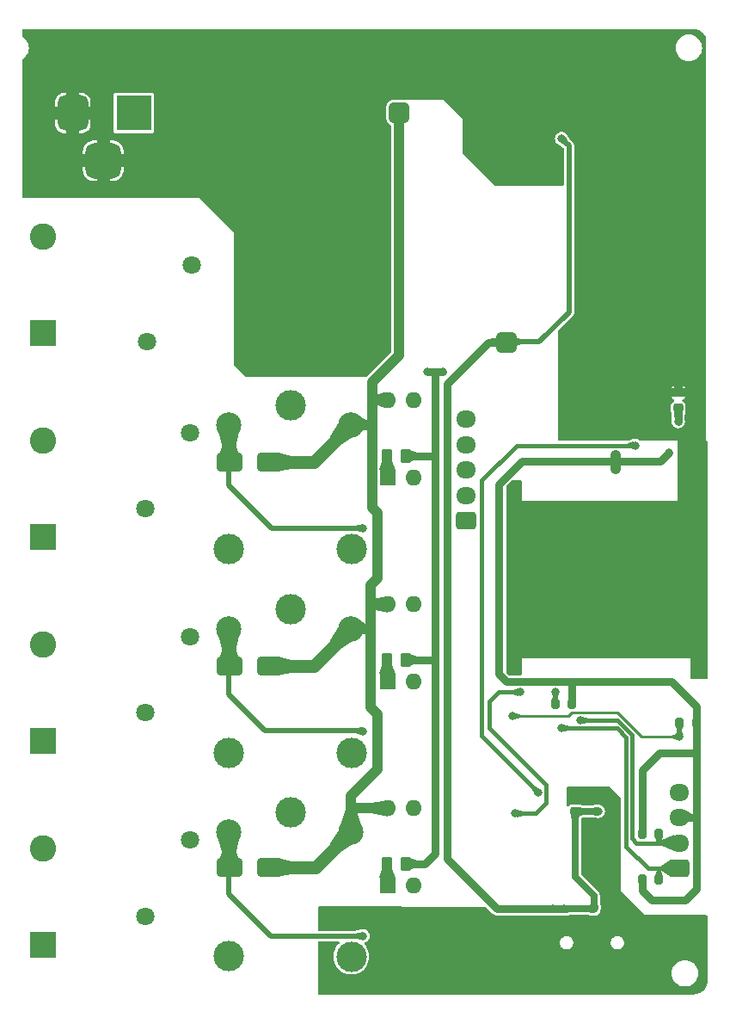
<source format=gbr>
%TF.GenerationSoftware,KiCad,Pcbnew,7.0.5*%
%TF.CreationDate,2023-07-07T20:15:01+07:00*%
%TF.ProjectId,Intership_board,496e7465-7273-4686-9970-5f626f617264,rev?*%
%TF.SameCoordinates,Original*%
%TF.FileFunction,Copper,L2,Bot*%
%TF.FilePolarity,Positive*%
%FSLAX46Y46*%
G04 Gerber Fmt 4.6, Leading zero omitted, Abs format (unit mm)*
G04 Created by KiCad (PCBNEW 7.0.5) date 2023-07-07 20:15:01*
%MOMM*%
%LPD*%
G01*
G04 APERTURE LIST*
G04 Aperture macros list*
%AMRoundRect*
0 Rectangle with rounded corners*
0 $1 Rounding radius*
0 $2 $3 $4 $5 $6 $7 $8 $9 X,Y pos of 4 corners*
0 Add a 4 corners polygon primitive as box body*
4,1,4,$2,$3,$4,$5,$6,$7,$8,$9,$2,$3,0*
0 Add four circle primitives for the rounded corners*
1,1,$1+$1,$2,$3*
1,1,$1+$1,$4,$5*
1,1,$1+$1,$6,$7*
1,1,$1+$1,$8,$9*
0 Add four rect primitives between the rounded corners*
20,1,$1+$1,$2,$3,$4,$5,0*
20,1,$1+$1,$4,$5,$6,$7,0*
20,1,$1+$1,$6,$7,$8,$9,0*
20,1,$1+$1,$8,$9,$2,$3,0*%
G04 Aperture macros list end*
%TA.AperFunction,ComponentPad*%
%ADD10C,3.000000*%
%TD*%
%TA.AperFunction,ComponentPad*%
%ADD11C,2.500000*%
%TD*%
%TA.AperFunction,ComponentPad*%
%ADD12C,1.800000*%
%TD*%
%TA.AperFunction,ComponentPad*%
%ADD13R,1.600000X1.600000*%
%TD*%
%TA.AperFunction,ComponentPad*%
%ADD14O,1.600000X1.600000*%
%TD*%
%TA.AperFunction,ComponentPad*%
%ADD15RoundRect,0.250000X0.725000X-0.600000X0.725000X0.600000X-0.725000X0.600000X-0.725000X-0.600000X0*%
%TD*%
%TA.AperFunction,ComponentPad*%
%ADD16O,1.950000X1.700000*%
%TD*%
%TA.AperFunction,ComponentPad*%
%ADD17R,2.600000X2.600000*%
%TD*%
%TA.AperFunction,ComponentPad*%
%ADD18C,2.600000*%
%TD*%
%TA.AperFunction,ComponentPad*%
%ADD19R,3.500000X3.500000*%
%TD*%
%TA.AperFunction,ComponentPad*%
%ADD20RoundRect,0.750000X-0.750000X-1.000000X0.750000X-1.000000X0.750000X1.000000X-0.750000X1.000000X0*%
%TD*%
%TA.AperFunction,ComponentPad*%
%ADD21RoundRect,0.875000X-0.875000X-0.875000X0.875000X-0.875000X0.875000X0.875000X-0.875000X0.875000X0*%
%TD*%
%TA.AperFunction,ComponentPad*%
%ADD22C,0.300000*%
%TD*%
%TA.AperFunction,ComponentPad*%
%ADD23O,1.150000X1.800000*%
%TD*%
%TA.AperFunction,ComponentPad*%
%ADD24O,1.450000X2.000000*%
%TD*%
%TA.AperFunction,SMDPad,CuDef*%
%ADD25RoundRect,0.250000X1.000000X0.650000X-1.000000X0.650000X-1.000000X-0.650000X1.000000X-0.650000X0*%
%TD*%
%TA.AperFunction,SMDPad,CuDef*%
%ADD26RoundRect,0.225000X-0.250000X0.225000X-0.250000X-0.225000X0.250000X-0.225000X0.250000X0.225000X0*%
%TD*%
%TA.AperFunction,SMDPad,CuDef*%
%ADD27RoundRect,0.200000X-0.200000X-0.275000X0.200000X-0.275000X0.200000X0.275000X-0.200000X0.275000X0*%
%TD*%
%TA.AperFunction,SMDPad,CuDef*%
%ADD28RoundRect,0.200000X0.200000X0.275000X-0.200000X0.275000X-0.200000X-0.275000X0.200000X-0.275000X0*%
%TD*%
%TA.AperFunction,SMDPad,CuDef*%
%ADD29RoundRect,0.225000X0.250000X-0.225000X0.250000X0.225000X-0.250000X0.225000X-0.250000X-0.225000X0*%
%TD*%
%TA.AperFunction,SMDPad,CuDef*%
%ADD30RoundRect,0.250000X0.262500X0.450000X-0.262500X0.450000X-0.262500X-0.450000X0.262500X-0.450000X0*%
%TD*%
%TA.AperFunction,ViaPad*%
%ADD31C,0.800000*%
%TD*%
%TA.AperFunction,Conductor*%
%ADD32C,0.762000*%
%TD*%
%TA.AperFunction,Conductor*%
%ADD33C,1.016000*%
%TD*%
%TA.AperFunction,Conductor*%
%ADD34C,1.270000*%
%TD*%
%TA.AperFunction,Conductor*%
%ADD35C,0.635000*%
%TD*%
%TA.AperFunction,Conductor*%
%ADD36C,0.508000*%
%TD*%
%TA.AperFunction,Conductor*%
%ADD37C,0.254000*%
%TD*%
%TA.AperFunction,Conductor*%
%ADD38C,0.381000*%
%TD*%
G04 APERTURE END LIST*
D10*
%TO.P,K3,1*%
%TO.N,Net-(J7-Pin_2)*%
X58046000Y-129056368D03*
D11*
%TO.P,K3,2*%
%TO.N,Net-(D6-A)*%
X51996000Y-131006368D03*
D10*
%TO.P,K3,3*%
%TO.N,Net-(J7-Pin_1)*%
X51996000Y-143206368D03*
%TO.P,K3,4*%
%TO.N,unconnected-(K3-Pad4)*%
X64046000Y-143256368D03*
D11*
%TO.P,K3,5*%
%TO.N,12VDC*%
X63996000Y-131006368D03*
%TD*%
D12*
%TO.P,RV2,1*%
%TO.N,Net-(J6-Pin_1)*%
X43786000Y-119275368D03*
%TO.P,RV2,2*%
%TO.N,Net-(J6-Pin_2)*%
X48186000Y-111775368D03*
%TD*%
D13*
%TO.P,U6,1*%
%TO.N,Net-(R12-Pad2)*%
X67612000Y-96144368D03*
D14*
%TO.P,U6,2*%
%TO.N,ESP_IO_Relay_1*%
X70152000Y-96144368D03*
%TO.P,U6,3*%
%TO.N,Net-(R13-Pad1)*%
X70152000Y-88524368D03*
%TO.P,U6,4*%
%TO.N,12VDC*%
X67612000Y-88524368D03*
%TD*%
D15*
%TO.P,J2,1,Pin_1*%
%TO.N,ESP_IO18*%
X96319000Y-134582368D03*
D16*
%TO.P,J2,2,Pin_2*%
%TO.N,ESP_IO19*%
X96319000Y-132082368D03*
%TO.P,J2,3,Pin_3*%
%TO.N,3.3VDC*%
X96319000Y-129582368D03*
%TO.P,J2,4,Pin_4*%
%TO.N,Earth*%
X96319000Y-127082368D03*
%TD*%
D17*
%TO.P,J7,1,Pin_1*%
%TO.N,Net-(J7-Pin_1)*%
X33708000Y-142128368D03*
D18*
%TO.P,J7,2,Pin_2*%
%TO.N,Net-(J7-Pin_2)*%
X33708000Y-132608368D03*
%TD*%
D10*
%TO.P,K2,1*%
%TO.N,Net-(J6-Pin_2)*%
X58046000Y-109063368D03*
D11*
%TO.P,K2,2*%
%TO.N,Net-(D5-A)*%
X51996000Y-111013368D03*
D10*
%TO.P,K2,3*%
%TO.N,Net-(J6-Pin_1)*%
X51996000Y-123213368D03*
%TO.P,K2,4*%
%TO.N,unconnected-(K2-Pad4)*%
X64046000Y-123263368D03*
D11*
%TO.P,K2,5*%
%TO.N,12VDC*%
X63996000Y-111013368D03*
%TD*%
D10*
%TO.P,K1,1*%
%TO.N,Net-(J5-Pin_2)*%
X58046000Y-88997368D03*
D11*
%TO.P,K1,2*%
%TO.N,Net-(D4-A)*%
X51996000Y-90947368D03*
D10*
%TO.P,K1,3*%
%TO.N,Net-(J5-Pin_1)*%
X51996000Y-103147368D03*
%TO.P,K1,4*%
%TO.N,unconnected-(K1-Pad4)*%
X64046000Y-103197368D03*
D11*
%TO.P,K1,5*%
%TO.N,12VDC*%
X63996000Y-90947368D03*
%TD*%
D15*
%TO.P,J3,1,Pin_1*%
%TO.N,ESP_MOSI*%
X75318000Y-100392368D03*
D16*
%TO.P,J3,2,Pin_2*%
%TO.N,ESP_SCLK*%
X75318000Y-97892368D03*
%TO.P,J3,3,Pin_3*%
%TO.N,ESP_IO27*%
X75318000Y-95392368D03*
%TO.P,J3,4,Pin_4*%
%TO.N,ESP_IO26*%
X75318000Y-92892368D03*
%TO.P,J3,5,Pin_5*%
%TO.N,ESP_IO25*%
X75318000Y-90392368D03*
%TD*%
D12*
%TO.P,RV3,1*%
%TO.N,Net-(J7-Pin_1)*%
X43786000Y-139274368D03*
%TO.P,RV3,2*%
%TO.N,Net-(J7-Pin_2)*%
X48186000Y-131774368D03*
%TD*%
D19*
%TO.P,12V,1*%
%TO.N,Net-(F1-Pad1)*%
X42629000Y-60258868D03*
D20*
%TO.P,12V,2*%
%TO.N,Earth*%
X36629000Y-60258868D03*
D21*
%TO.P,12V,3*%
X39629000Y-64958868D03*
%TD*%
D22*
%TO.P,ESP32,39_10*%
%TO.N,Earth*%
X91777000Y-103987368D03*
%TO.P,ESP32,39_11*%
X91777000Y-105387368D03*
%TO.P,ESP32,39_12*%
X91077000Y-103287368D03*
%TO.P,ESP32,39_13*%
X91077000Y-104687368D03*
%TO.P,ESP32,39_14*%
X91077000Y-106087368D03*
%TO.P,ESP32,39_15*%
X90377000Y-103987368D03*
%TO.P,ESP32,39_16*%
X90377000Y-105387368D03*
%TO.P,ESP32,39_17*%
X89677000Y-103287368D03*
%TO.P,ESP32,39_18*%
X89677000Y-104687368D03*
%TO.P,ESP32,39_19*%
X89677000Y-106087368D03*
%TO.P,ESP32,39_20*%
X88977000Y-103987368D03*
%TO.P,ESP32,39_21*%
X88977000Y-105387368D03*
%TD*%
D17*
%TO.P,J5,1,Pin_1*%
%TO.N,Net-(J5-Pin_1)*%
X33708000Y-101996368D03*
D18*
%TO.P,J5,2,Pin_2*%
%TO.N,Net-(J5-Pin_2)*%
X33708000Y-92476368D03*
%TD*%
D13*
%TO.P,U8,1*%
%TO.N,Net-(R16-Pad2)*%
X67612000Y-136276368D03*
D14*
%TO.P,U8,2*%
%TO.N,ESP_IO_Relay_3*%
X70152000Y-136276368D03*
%TO.P,U8,3*%
%TO.N,Net-(R17-Pad1)*%
X70152000Y-128656368D03*
%TO.P,U8,4*%
%TO.N,12VDC*%
X67612000Y-128656368D03*
%TD*%
D13*
%TO.P,U7,1*%
%TO.N,Net-(R14-Pad2)*%
X67612000Y-116210368D03*
D14*
%TO.P,U7,2*%
%TO.N,ESP_IO_Relay_2*%
X70152000Y-116210368D03*
%TO.P,U7,3*%
%TO.N,Net-(R15-Pad1)*%
X70152000Y-108590368D03*
%TO.P,U7,4*%
%TO.N,12VDC*%
X67612000Y-108590368D03*
%TD*%
D12*
%TO.P,RV4,1*%
%TO.N,Net-(J8-Pin_2)*%
X48354000Y-75246368D03*
%TO.P,RV4,2*%
%TO.N,Net-(J8-Pin_1)*%
X43954000Y-82746368D03*
%TD*%
D17*
%TO.P,220V/AC,1,Pin_1*%
%TO.N,Net-(J8-Pin_1)*%
X33708000Y-81930368D03*
D18*
%TO.P,220V/AC,2,Pin_2*%
%TO.N,Net-(J8-Pin_2)*%
X33708000Y-72410368D03*
%TD*%
D12*
%TO.P,RV1,1*%
%TO.N,Net-(J5-Pin_1)*%
X43786000Y-99209368D03*
%TO.P,RV1,2*%
%TO.N,Net-(J5-Pin_2)*%
X48186000Y-91709368D03*
%TD*%
D23*
%TO.P,5V,6,Shield*%
%TO.N,Earth*%
X83870000Y-144655368D03*
D24*
X84020000Y-140855368D03*
X91470000Y-140855368D03*
D23*
X91620000Y-144655368D03*
%TD*%
D17*
%TO.P,J6,1,Pin_1*%
%TO.N,Net-(J6-Pin_1)*%
X33708000Y-122062368D03*
D18*
%TO.P,J6,2,Pin_2*%
%TO.N,Net-(J6-Pin_2)*%
X33708000Y-112542368D03*
%TD*%
D25*
%TO.P,D5,1,K*%
%TO.N,12VDC*%
X56028000Y-114683368D03*
%TO.P,D5,2,A*%
%TO.N,Net-(D5-A)*%
X52028000Y-114683368D03*
%TD*%
D26*
%TO.P,C12,1*%
%TO.N,Earth*%
X96242800Y-87759368D03*
%TO.P,C12,2*%
%TO.N,Net-(C12-Pad2)*%
X96242800Y-89309368D03*
%TD*%
D27*
%TO.P,R6,1*%
%TO.N,Net-(C13-Pad1)*%
X96345000Y-120253368D03*
%TO.P,R6,2*%
%TO.N,3.3VDC*%
X97995000Y-120253368D03*
%TD*%
D28*
%TO.P,R8,1*%
%TO.N,ESP_IO18*%
X94350000Y-135651368D03*
%TO.P,R8,2*%
%TO.N,3.3VDC*%
X92700000Y-135651368D03*
%TD*%
D29*
%TO.P,C16,1*%
%TO.N,5VDC*%
X86108200Y-128984168D03*
%TO.P,C16,2*%
%TO.N,Earth*%
X86108200Y-127434168D03*
%TD*%
D27*
%TO.P,R9,1*%
%TO.N,Net-(U3-IO16)*%
X84140200Y-118379368D03*
%TO.P,R9,2*%
%TO.N,3.3VDC*%
X85790200Y-118379368D03*
%TD*%
D25*
%TO.P,D6,1,K*%
%TO.N,12VDC*%
X56028000Y-134495368D03*
%TO.P,D6,2,A*%
%TO.N,Net-(D6-A)*%
X52028000Y-134495368D03*
%TD*%
%TO.P,D4,1,K*%
%TO.N,12VDC*%
X56028000Y-94617368D03*
%TO.P,D4,2,A*%
%TO.N,Net-(D4-A)*%
X52028000Y-94617368D03*
%TD*%
D30*
%TO.P,R12,1*%
%TO.N,3.3VDC*%
X69418500Y-93982368D03*
%TO.P,R12,2*%
%TO.N,Net-(R12-Pad2)*%
X67593500Y-93982368D03*
%TD*%
%TO.P,R14,1*%
%TO.N,3.3VDC*%
X69418500Y-114048368D03*
%TO.P,R14,2*%
%TO.N,Net-(R14-Pad2)*%
X67593500Y-114048368D03*
%TD*%
D28*
%TO.P,R7,1*%
%TO.N,ESP_IO19*%
X94350000Y-131206368D03*
%TO.P,R7,2*%
%TO.N,3.3VDC*%
X92700000Y-131206368D03*
%TD*%
D30*
%TO.P,R16,1*%
%TO.N,3.3VDC*%
X69418500Y-134127368D03*
%TO.P,R16,2*%
%TO.N,Net-(R16-Pad2)*%
X67593500Y-134127368D03*
%TD*%
D31*
%TO.N,Earth*%
X92636000Y-54625368D03*
X81206000Y-146065368D03*
X81206000Y-53355368D03*
X77396000Y-142255368D03*
X69776000Y-146065368D03*
X91366000Y-53355368D03*
X65966000Y-83581368D03*
X53266000Y-84851368D03*
X60886000Y-84851368D03*
X79936000Y-144795368D03*
X87556000Y-54625368D03*
X86286000Y-86375368D03*
X86286000Y-81295368D03*
X73586000Y-140985368D03*
X74856000Y-142255368D03*
X58346000Y-82311368D03*
X92636000Y-71135368D03*
X77396000Y-139715368D03*
X87556000Y-88915368D03*
X65966000Y-81041368D03*
X72316000Y-142255368D03*
X97716000Y-76215368D03*
X79936000Y-99075368D03*
X78666000Y-53355368D03*
X97716000Y-68595368D03*
X95176000Y-78755368D03*
X76126000Y-146065368D03*
X65966000Y-78501368D03*
X79936000Y-54625368D03*
X76126000Y-143525368D03*
X78666000Y-143525368D03*
X90096000Y-78755368D03*
X62156000Y-74691368D03*
X92636000Y-76215368D03*
X67236000Y-144795368D03*
X86286000Y-53355368D03*
X82476000Y-66055368D03*
X65966000Y-75961368D03*
X96446000Y-74945368D03*
X72316000Y-139715368D03*
X95176000Y-69865368D03*
X87937000Y-133873368D03*
X86286000Y-88915368D03*
X73586000Y-146065368D03*
X97716000Y-55641368D03*
X79936000Y-66055368D03*
X97716000Y-56911368D03*
X97716000Y-86375368D03*
X92636000Y-78755368D03*
X92636000Y-73675368D03*
X93906000Y-69865368D03*
X93906000Y-53355368D03*
X63426000Y-146065368D03*
X91366000Y-72405368D03*
X71046000Y-143525368D03*
X72316000Y-144795368D03*
X97716000Y-88915368D03*
X81206000Y-66055368D03*
X76126000Y-140985368D03*
X91366000Y-69865368D03*
X59616000Y-83581368D03*
X74856000Y-144795368D03*
X54536000Y-83581368D03*
X91366000Y-77485368D03*
X86286000Y-91455368D03*
X96446000Y-86375368D03*
X55806000Y-84851368D03*
X78666000Y-140985368D03*
X64696000Y-82311368D03*
X85016000Y-86375368D03*
X67236000Y-146065368D03*
X77396000Y-144795368D03*
X82476000Y-54625368D03*
X68506000Y-144795368D03*
X96446000Y-56911368D03*
X97716000Y-90185368D03*
X91366000Y-74945368D03*
X85016000Y-88915368D03*
X64696000Y-79771368D03*
X85016000Y-91455368D03*
X77396000Y-54625368D03*
X62156000Y-146065368D03*
X83746000Y-53355368D03*
X65966000Y-146065368D03*
X85016000Y-87645368D03*
X95176000Y-86375368D03*
X85016000Y-54625368D03*
X90096000Y-54625368D03*
X55806000Y-82311368D03*
X87556000Y-91455368D03*
X97716000Y-74945368D03*
X69776000Y-144795368D03*
X83746000Y-66055368D03*
X53266000Y-82311368D03*
X97716000Y-69865368D03*
X97716000Y-77485368D03*
X74856000Y-139715368D03*
X88826000Y-53355368D03*
X78666000Y-146065368D03*
X91366000Y-80025368D03*
X57076000Y-83581368D03*
X95176000Y-54625368D03*
X68506000Y-146065368D03*
X86286000Y-87645368D03*
X95176000Y-76215368D03*
X65966000Y-144795368D03*
X62156000Y-144795368D03*
X96446000Y-55641368D03*
X93906000Y-74945368D03*
X73586000Y-143525368D03*
X79936000Y-97805368D03*
X76126000Y-53355368D03*
X93906000Y-77485368D03*
X96446000Y-69865368D03*
X58346000Y-84851368D03*
X64696000Y-146065368D03*
X71046000Y-146065368D03*
X96446000Y-77485368D03*
%TO.N,3.3VDC*%
X71554000Y-85740368D03*
X90096000Y-93899568D03*
X95303000Y-93715968D03*
X90096000Y-95265368D03*
X73078000Y-85740368D03*
%TO.N,Net-(C12-Pad2)*%
X96242800Y-90617168D03*
%TO.N,12VDC*%
X69268000Y-60721368D03*
X68252000Y-60721368D03*
X68252000Y-59705368D03*
X69268000Y-59705368D03*
%TO.N,5VDC*%
X79809000Y-83327368D03*
X78793000Y-83327368D03*
X88364400Y-128971168D03*
X78793000Y-82311368D03*
X84762000Y-62778768D03*
X83873000Y-138572368D03*
X84990600Y-138572368D03*
X87947622Y-138582990D03*
X79809000Y-82311368D03*
%TO.N,Net-(C13-Pad1)*%
X79936000Y-119592768D03*
X96370000Y-121630368D03*
%TO.N,Net-(D5-A)*%
X65204000Y-121107368D03*
%TO.N,Net-(D4-A)*%
X65204000Y-101107368D03*
%TO.N,ESP_IO19*%
X86645053Y-119999168D03*
%TO.N,ESP_IO18*%
X84762000Y-120761168D03*
%TO.N,Net-(D6-A)*%
X65204000Y-141239368D03*
%TO.N,ESP_IO0*%
X80698000Y-117236368D03*
X80190000Y-129174368D03*
%TO.N,ESP_EN*%
X92026400Y-92979368D03*
X82444800Y-127142368D03*
%TO.N,Net-(U3-IO16)*%
X84137622Y-117246990D03*
%TD*%
D32*
%TO.N,3.3VDC*%
X72316000Y-133111368D02*
X71300000Y-134127368D01*
X72316000Y-93995368D02*
X72316000Y-114061368D01*
X71300000Y-134127368D02*
X69418500Y-134127368D01*
X85778000Y-116220368D02*
X95557000Y-116220368D01*
X78539000Y-96789368D02*
X78539000Y-115458368D01*
X72316000Y-114061368D02*
X72316000Y-133111368D01*
X79301000Y-116220368D02*
X85778000Y-116220368D01*
X85790200Y-116232568D02*
X85778000Y-116220368D01*
X98005200Y-123205368D02*
X98005200Y-129582368D01*
X95303000Y-93715968D02*
X94515600Y-94503368D01*
X72303000Y-93982368D02*
X72316000Y-93995368D01*
X98005200Y-129582368D02*
X96573000Y-129582368D01*
X78539000Y-115458368D02*
X79301000Y-116220368D01*
X72316000Y-85740368D02*
X71554000Y-85740368D01*
X93652000Y-137683368D02*
X92700000Y-136731368D01*
X73078000Y-85740368D02*
X72316000Y-85740368D01*
X92700000Y-131206368D02*
X92700000Y-124919368D01*
X98005200Y-120263568D02*
X98005200Y-123205368D01*
X95557000Y-116220368D02*
X97995000Y-118658368D01*
X92700000Y-136731368D02*
X92700000Y-135651368D01*
X97995000Y-118658368D02*
X97995000Y-120253368D01*
X69418500Y-114048368D02*
X72303000Y-114048368D01*
X72303000Y-114048368D02*
X72316000Y-114061368D01*
X97995000Y-120253368D02*
X98005200Y-120263568D01*
X98005200Y-129582368D02*
X98005200Y-136632168D01*
X72316000Y-85740368D02*
X72316000Y-93995368D01*
D33*
X90096000Y-93899568D02*
X90096000Y-95265368D01*
D32*
X96954000Y-137683368D02*
X93652000Y-137683368D01*
X94414000Y-123205368D02*
X98005200Y-123205368D01*
X94515600Y-94503368D02*
X80825000Y-94503368D01*
X92700000Y-124919368D02*
X94414000Y-123205368D01*
X98005200Y-136632168D02*
X96954000Y-137683368D01*
X80825000Y-94503368D02*
X78539000Y-96789368D01*
X85790200Y-118379368D02*
X85790200Y-116232568D01*
X69418500Y-93982368D02*
X72303000Y-93982368D01*
%TO.N,Net-(C12-Pad2)*%
X96242800Y-89309368D02*
X96242800Y-90617168D01*
D34*
%TO.N,12VDC*%
X60326000Y-114683368D02*
X63996000Y-111013368D01*
X56028000Y-114683368D02*
X60326000Y-114683368D01*
D33*
X66601000Y-99583368D02*
X66601000Y-106060368D01*
X65966000Y-111013368D02*
X63996000Y-111013368D01*
X66601000Y-106060368D02*
X65966000Y-106695368D01*
X63996000Y-127461368D02*
X63996000Y-128666368D01*
D34*
X60326000Y-94617368D02*
X63996000Y-90947368D01*
D33*
X68760000Y-60721368D02*
X68760000Y-84081568D01*
X65966000Y-118760368D02*
X66601000Y-119395368D01*
X66093000Y-99075368D02*
X66601000Y-99583368D01*
X68252000Y-60721368D02*
X68760000Y-60721368D01*
X69268000Y-60721368D02*
X69268000Y-59705368D01*
X67612000Y-128656368D02*
X64006000Y-128656368D01*
X65976000Y-108590368D02*
X65966000Y-108600368D01*
X68756100Y-84085468D02*
X66100800Y-86740768D01*
X66110800Y-88524368D02*
X66100800Y-88534368D01*
D34*
X60507000Y-134495368D02*
X63996000Y-131006368D01*
D33*
X66601000Y-124856368D02*
X63996000Y-127461368D01*
X66100800Y-99067568D02*
X66093000Y-99075368D01*
X66100800Y-88534368D02*
X66100800Y-90947368D01*
X68252000Y-59705368D02*
X68252000Y-60721368D01*
X66100800Y-86740768D02*
X66100800Y-88534368D01*
X65966000Y-111013368D02*
X65966000Y-118760368D01*
X65966000Y-106695368D02*
X65966000Y-108600368D01*
X63996000Y-128666368D02*
X63996000Y-131006368D01*
D34*
X56028000Y-94617368D02*
X60326000Y-94617368D01*
X56028000Y-134495368D02*
X60507000Y-134495368D01*
D33*
X66100800Y-90947368D02*
X66100800Y-99067568D01*
X68760000Y-84081568D02*
X68756100Y-84085468D01*
X67612000Y-108590368D02*
X65976000Y-108590368D01*
X66100800Y-90947368D02*
X63996000Y-90947368D01*
X66601000Y-119395368D02*
X66601000Y-124856368D01*
X69268000Y-59705368D02*
X68252000Y-59705368D01*
X64006000Y-128656368D02*
X63996000Y-128666368D01*
X68760000Y-60721368D02*
X69268000Y-60721368D01*
X67612000Y-88524368D02*
X66110800Y-88524368D01*
X65966000Y-108600368D02*
X65966000Y-111013368D01*
D35*
%TO.N,5VDC*%
X86082800Y-128983568D02*
X86082800Y-135397368D01*
D32*
X77523000Y-82819368D02*
X78793000Y-82819368D01*
X83873000Y-138572368D02*
X78412000Y-138572368D01*
D35*
X86082800Y-135397368D02*
X87947622Y-137262190D01*
X86095200Y-128971168D02*
X86082800Y-128983568D01*
D36*
X85473200Y-79876578D02*
X82555810Y-82793968D01*
X85473200Y-63489968D02*
X85473200Y-79876578D01*
D33*
X78793000Y-82819368D02*
X78793000Y-83327368D01*
D36*
X82555810Y-82793968D02*
X79809000Y-82793968D01*
D33*
X79809000Y-83327368D02*
X78793000Y-83327368D01*
D35*
X87947622Y-137262190D02*
X87947622Y-138582990D01*
X84990600Y-138572368D02*
X87937000Y-138572368D01*
X88364400Y-128971168D02*
X86095200Y-128971168D01*
D32*
X73459000Y-133619368D02*
X73459000Y-86883368D01*
X83873000Y-138572368D02*
X84381000Y-138572368D01*
X73459000Y-86883368D02*
X77523000Y-82819368D01*
D33*
X79809000Y-83327368D02*
X79809000Y-82793968D01*
D35*
X87937000Y-138572368D02*
X87947622Y-138582990D01*
D32*
X78412000Y-138572368D02*
X73459000Y-133619368D01*
D36*
X84762000Y-62778768D02*
X85473200Y-63489968D01*
D32*
X84381000Y-138572368D02*
X84990600Y-138572368D01*
D33*
X78793000Y-82311368D02*
X78793000Y-82819368D01*
X78793000Y-82311368D02*
X79809000Y-82311368D01*
X79809000Y-82793968D02*
X79809000Y-82311368D01*
D37*
%TO.N,Net-(C13-Pad1)*%
X79936000Y-119592768D02*
X85453600Y-119592768D01*
D38*
X96345000Y-121605368D02*
X96370000Y-121630368D01*
D37*
X92623566Y-121630368D02*
X96370000Y-121630368D01*
X85453600Y-119592768D02*
X85778000Y-119268368D01*
X85778000Y-119268368D02*
X90261566Y-119268368D01*
D38*
X96345000Y-120253368D02*
X96345000Y-121605368D01*
D37*
X90261566Y-119268368D02*
X92623566Y-121630368D01*
D36*
%TO.N,Net-(D5-A)*%
X55552000Y-121046368D02*
X51996000Y-117490368D01*
X51996000Y-117490368D02*
X51996000Y-111013368D01*
D34*
X51996000Y-111013368D02*
X51996000Y-114651368D01*
D36*
X51996000Y-114651368D02*
X52028000Y-114683368D01*
X65143000Y-121046368D02*
X55552000Y-121046368D01*
X65204000Y-121107368D02*
X65143000Y-121046368D01*
%TO.N,Net-(D4-A)*%
X51996000Y-94585368D02*
X52028000Y-94617368D01*
X51996000Y-96916368D02*
X51996000Y-90947368D01*
X56187000Y-101107368D02*
X51996000Y-96916368D01*
D34*
X51996000Y-90947368D02*
X51996000Y-94585368D01*
D36*
X65204000Y-101107368D02*
X56187000Y-101107368D01*
D38*
%TO.N,ESP_IO19*%
X91696200Y-121439384D02*
X91696200Y-131644187D01*
X86645053Y-119999168D02*
X86676253Y-120030368D01*
X96319000Y-132082368D02*
X94363000Y-132082368D01*
X90287184Y-120030368D02*
X91696200Y-121439384D01*
X94363000Y-132082368D02*
X94350000Y-132095368D01*
X86676253Y-120030368D02*
X90287184Y-120030368D01*
X92147381Y-132095368D02*
X94350000Y-132095368D01*
X91696200Y-131644187D02*
X92147381Y-132095368D01*
X94350000Y-132095368D02*
X94350000Y-131587368D01*
%TO.N,ESP_IO18*%
X94350000Y-135651368D02*
X94350000Y-134646368D01*
X93280816Y-134582368D02*
X94414000Y-134582368D01*
X94414000Y-134582368D02*
X96319000Y-134582368D01*
X94350000Y-134646368D02*
X94414000Y-134582368D01*
X84762000Y-120761168D02*
X84793200Y-120792368D01*
X84793200Y-120792368D02*
X90223000Y-120792368D01*
X90223000Y-120792368D02*
X91111999Y-121681367D01*
X91111999Y-121681367D02*
X91111999Y-132413551D01*
X91111999Y-132413551D02*
X93280816Y-134582368D01*
D36*
%TO.N,Net-(D6-A)*%
X65204000Y-141239368D02*
X56161600Y-141239368D01*
X56161600Y-141239368D02*
X51996000Y-137073768D01*
X51996000Y-137073768D02*
X51996000Y-131006368D01*
D34*
X51996000Y-134463368D02*
X52028000Y-134495368D01*
X51996000Y-131006368D02*
X51996000Y-134463368D01*
D38*
%TO.N,ESP_IO0*%
X82222000Y-129174368D02*
X80190000Y-129174368D01*
X83238500Y-126380868D02*
X83238500Y-128157868D01*
X83238500Y-128157868D02*
X82222000Y-129174368D01*
X77599200Y-120741568D02*
X83238500Y-126380868D01*
X77599200Y-118176168D02*
X77599200Y-120741568D01*
X78539000Y-117236368D02*
X77599200Y-118176168D01*
X80698000Y-117236368D02*
X78539000Y-117236368D01*
%TO.N,ESP_EN*%
X80317000Y-92979368D02*
X76888000Y-96408368D01*
X92026400Y-92979368D02*
X80317000Y-92979368D01*
X76888000Y-121554368D02*
X82444800Y-127111168D01*
X82444800Y-127111168D02*
X82444800Y-127142368D01*
X76888000Y-96408368D02*
X76888000Y-121554368D01*
%TO.N,Net-(U3-IO16)*%
X84137622Y-117246990D02*
X84137622Y-118122790D01*
X84137622Y-118122790D02*
X84140200Y-118125368D01*
D33*
%TO.N,Net-(R12-Pad2)*%
X67593500Y-96125868D02*
X67612000Y-96144368D01*
X67593500Y-93982368D02*
X67593500Y-96125868D01*
%TO.N,Net-(R14-Pad2)*%
X67593500Y-114048368D02*
X67593500Y-116191868D01*
X67593500Y-116191868D02*
X67612000Y-116210368D01*
%TO.N,Net-(R16-Pad2)*%
X67593500Y-134127368D02*
X67593500Y-136257868D01*
X67593500Y-136257868D02*
X67612000Y-136276368D01*
%TD*%
%TA.AperFunction,Conductor*%
%TO.N,Net-(R12-Pad2)*%
G36*
X68101677Y-94547795D02*
G01*
X68104353Y-94551944D01*
X68400157Y-95337355D01*
X68399866Y-95346305D01*
X68397534Y-95349699D01*
X67620277Y-96136983D01*
X67612026Y-96140463D01*
X67603731Y-96137089D01*
X67603673Y-96137031D01*
X66817149Y-95349523D01*
X66813727Y-95341248D01*
X66814353Y-95337482D01*
X67082794Y-94552282D01*
X67088713Y-94545563D01*
X67093865Y-94544368D01*
X68093404Y-94544368D01*
X68101677Y-94547795D01*
G37*
%TD.AperFunction*%
%TD*%
%TA.AperFunction,Conductor*%
%TO.N,Net-(D5-A)*%
G36*
X52002903Y-111017414D02*
G01*
X52989687Y-111738723D01*
X52994344Y-111746372D01*
X52994152Y-111750933D01*
X52633173Y-113235442D01*
X52627888Y-113242672D01*
X52621804Y-113244378D01*
X51370196Y-113244378D01*
X51361923Y-113240951D01*
X51358827Y-113235442D01*
X50997847Y-111750933D01*
X50999222Y-111742085D01*
X51002312Y-111738723D01*
X51989097Y-111017413D01*
X51997796Y-111015299D01*
X52002903Y-111017414D01*
G37*
%TD.AperFunction*%
%TD*%
%TA.AperFunction,Conductor*%
%TO.N,12VDC*%
G36*
X57129206Y-93737689D02*
G01*
X58168959Y-93980258D01*
X58176236Y-93985475D01*
X58178000Y-93991652D01*
X58178000Y-95243083D01*
X58174573Y-95251356D01*
X58168958Y-95254477D01*
X57129216Y-95497044D01*
X57120381Y-95495586D01*
X57119231Y-95494771D01*
X56038354Y-94626489D01*
X56034050Y-94618637D01*
X56036560Y-94610041D01*
X56038354Y-94608247D01*
X56805919Y-93991652D01*
X57119232Y-93739963D01*
X57127827Y-93737454D01*
X57129206Y-93737689D01*
G37*
%TD.AperFunction*%
%TD*%
%TA.AperFunction,Conductor*%
%TO.N,12VDC*%
G36*
X67606970Y-107794769D02*
G01*
X67611827Y-107802292D01*
X67612017Y-107804378D01*
X67613000Y-108590383D01*
X67612017Y-109376357D01*
X67608580Y-109384625D01*
X67600302Y-109388042D01*
X67598216Y-109387852D01*
X66021599Y-109100119D01*
X66014076Y-109095262D01*
X66012000Y-109088609D01*
X66012000Y-108092126D01*
X66015427Y-108083853D01*
X66021598Y-108080616D01*
X67598217Y-107792883D01*
X67606970Y-107794769D01*
G37*
%TD.AperFunction*%
%TD*%
%TA.AperFunction,Conductor*%
%TO.N,ESP_EN*%
G36*
X91872267Y-92613665D02*
G01*
X91877299Y-92619343D01*
X92025523Y-92974866D01*
X92025544Y-92983820D01*
X92025523Y-92983870D01*
X91877299Y-93339392D01*
X91870952Y-93345710D01*
X91863379Y-93346166D01*
X91234979Y-93172242D01*
X91227920Y-93166733D01*
X91226400Y-93160966D01*
X91226400Y-92797769D01*
X91229827Y-92789496D01*
X91234977Y-92786494D01*
X91863379Y-92612569D01*
X91872267Y-92613665D01*
G37*
%TD.AperFunction*%
%TD*%
%TA.AperFunction,Conductor*%
%TO.N,Net-(C12-Pad2)*%
G36*
X96249633Y-89313286D02*
G01*
X96668573Y-89614816D01*
X96687198Y-89628222D01*
X96691911Y-89635836D01*
X96691980Y-89639107D01*
X96625033Y-90199057D01*
X96620649Y-90206865D01*
X96613416Y-90209368D01*
X95872184Y-90209368D01*
X95863911Y-90205941D01*
X95860567Y-90199057D01*
X95793619Y-89639107D01*
X95796039Y-89630486D01*
X95798398Y-89628224D01*
X96235965Y-89313286D01*
X96244682Y-89311235D01*
X96249633Y-89313286D01*
G37*
%TD.AperFunction*%
%TD*%
%TA.AperFunction,Conductor*%
%TO.N,5VDC*%
G36*
X80816267Y-82537679D02*
G01*
X80823400Y-82543091D01*
X80825000Y-82548996D01*
X80825000Y-83038939D01*
X80821573Y-83047212D01*
X80816266Y-83050257D01*
X80013255Y-83260716D01*
X80004384Y-83259498D01*
X79999488Y-83253895D01*
X79809872Y-82798465D01*
X79809855Y-82789512D01*
X79999488Y-82334039D01*
X80005831Y-82327719D01*
X80013255Y-82327219D01*
X80816267Y-82537679D01*
G37*
%TD.AperFunction*%
%TD*%
%TA.AperFunction,Conductor*%
%TO.N,Net-(D6-A)*%
G36*
X52630670Y-132698795D02*
G01*
X52633565Y-132703580D01*
X52910044Y-133588683D01*
X52909240Y-133597601D01*
X52907227Y-133600366D01*
X52036203Y-134488007D01*
X52027963Y-134491511D01*
X52019657Y-134488163D01*
X52019648Y-134488154D01*
X51116758Y-133600195D01*
X51113262Y-133591951D01*
X51113686Y-133588731D01*
X51113700Y-133588683D01*
X51358625Y-132703945D01*
X51364135Y-132696887D01*
X51369901Y-132695368D01*
X52622397Y-132695368D01*
X52630670Y-132698795D01*
G37*
%TD.AperFunction*%
%TD*%
%TA.AperFunction,Conductor*%
%TO.N,Net-(D6-A)*%
G36*
X52002903Y-131010414D02*
G01*
X52988037Y-131730516D01*
X52992694Y-131738165D01*
X52991610Y-131745169D01*
X52253227Y-133230885D01*
X52246477Y-133236769D01*
X52242750Y-133237378D01*
X51749250Y-133237378D01*
X51740977Y-133233951D01*
X51738773Y-133230885D01*
X51000389Y-131745169D01*
X50999775Y-131736235D01*
X51003960Y-131730518D01*
X51989097Y-131010413D01*
X51997796Y-131008299D01*
X52002903Y-131010414D01*
G37*
%TD.AperFunction*%
%TD*%
%TA.AperFunction,Conductor*%
%TO.N,Net-(C13-Pad1)*%
G36*
X96352902Y-120259608D02*
G01*
X96556330Y-120445991D01*
X96723971Y-120599587D01*
X96727756Y-120607703D01*
X96727036Y-120612285D01*
X96538331Y-121120739D01*
X96532240Y-121127303D01*
X96527362Y-121128368D01*
X96162638Y-121128368D01*
X96154365Y-121124941D01*
X96151669Y-121120739D01*
X95962963Y-120612285D01*
X95963297Y-120603336D01*
X95966028Y-120599587D01*
X96337097Y-120259608D01*
X96345511Y-120256547D01*
X96352902Y-120259608D01*
G37*
%TD.AperFunction*%
%TD*%
%TA.AperFunction,Conductor*%
%TO.N,12VDC*%
G36*
X67606970Y-127860769D02*
G01*
X67611827Y-127868292D01*
X67612017Y-127870378D01*
X67613000Y-128656383D01*
X67612017Y-129442357D01*
X67608580Y-129450625D01*
X67600302Y-129454042D01*
X67598216Y-129453852D01*
X66021599Y-129166119D01*
X66014076Y-129161262D01*
X66012000Y-129154609D01*
X66012000Y-128158126D01*
X66015427Y-128149853D01*
X66021598Y-128146616D01*
X67598217Y-127858883D01*
X67606970Y-127860769D01*
G37*
%TD.AperFunction*%
%TD*%
%TA.AperFunction,Conductor*%
%TO.N,ESP_IO18*%
G36*
X85547741Y-120599225D02*
G01*
X85554533Y-120605061D01*
X85555793Y-120610342D01*
X85555793Y-120973560D01*
X85552366Y-120981833D01*
X85546724Y-120984960D01*
X84924700Y-121128498D01*
X84915868Y-121127020D01*
X84911271Y-121121601D01*
X84762875Y-120765667D01*
X84762855Y-120756718D01*
X84910908Y-120401604D01*
X84917255Y-120395287D01*
X84925355Y-120394990D01*
X85547741Y-120599225D01*
G37*
%TD.AperFunction*%
%TD*%
%TA.AperFunction,Conductor*%
%TO.N,Net-(C13-Pad1)*%
G36*
X96215311Y-121265080D02*
G01*
X96221268Y-121271229D01*
X96369123Y-121625866D01*
X96369144Y-121634820D01*
X96369123Y-121634870D01*
X96221268Y-121989506D01*
X96214921Y-121995824D01*
X96206362Y-121995959D01*
X95577593Y-121760214D01*
X95571049Y-121754101D01*
X95570000Y-121749259D01*
X95570000Y-121511476D01*
X95573427Y-121503203D01*
X95577593Y-121500521D01*
X96206364Y-121264776D01*
X96215311Y-121265080D01*
G37*
%TD.AperFunction*%
%TD*%
%TA.AperFunction,Conductor*%
%TO.N,5VDC*%
G36*
X78788509Y-82315383D02*
G01*
X78792936Y-82323167D01*
X78793026Y-82324595D01*
X78794000Y-82819391D01*
X78793026Y-83314140D01*
X78789583Y-83322406D01*
X78781303Y-83325817D01*
X78779875Y-83325727D01*
X77787249Y-83201649D01*
X77779465Y-83197222D01*
X77777000Y-83190039D01*
X77777000Y-82448696D01*
X77780427Y-82440423D01*
X77787246Y-82437087D01*
X78779876Y-82313008D01*
X78788509Y-82315383D01*
G37*
%TD.AperFunction*%
%TD*%
%TA.AperFunction,Conductor*%
%TO.N,Net-(D4-A)*%
G36*
X65198987Y-100711766D02*
G01*
X65203844Y-100719289D01*
X65204034Y-100721361D01*
X65205000Y-101107397D01*
X65204034Y-101493374D01*
X65200586Y-101501639D01*
X65192305Y-101505045D01*
X65190233Y-101504855D01*
X64413599Y-101363119D01*
X64406076Y-101358262D01*
X64404000Y-101351609D01*
X64404000Y-100863126D01*
X64407427Y-100854853D01*
X64413598Y-100851616D01*
X65190234Y-100709880D01*
X65198987Y-100711766D01*
G37*
%TD.AperFunction*%
%TD*%
%TA.AperFunction,Conductor*%
%TO.N,3.3VDC*%
G36*
X96779418Y-128802863D02*
G01*
X97014153Y-128937019D01*
X98347954Y-129699310D01*
X98353436Y-129706390D01*
X98352306Y-129715274D01*
X98345226Y-129720756D01*
X98342148Y-129721168D01*
X97624199Y-129721168D01*
X96779884Y-130359647D01*
X96771218Y-130361904D01*
X96763495Y-130357372D01*
X96762674Y-130356129D01*
X96322332Y-129587187D01*
X96321195Y-129578307D01*
X96322335Y-129575557D01*
X96763467Y-128807195D01*
X96770557Y-128801728D01*
X96779418Y-128802863D01*
G37*
%TD.AperFunction*%
%TD*%
%TA.AperFunction,Conductor*%
%TO.N,12VDC*%
G36*
X64788830Y-90003587D02*
G01*
X66572467Y-91070828D01*
X66577807Y-91078017D01*
X66576500Y-91086875D01*
X66569311Y-91092215D01*
X66566460Y-91092568D01*
X65592800Y-91092568D01*
X65158213Y-91514171D01*
X64672818Y-91985066D01*
X64664494Y-91988367D01*
X64656273Y-91984815D01*
X64654797Y-91982944D01*
X64000563Y-90953547D01*
X63999017Y-90944726D01*
X64001420Y-90939815D01*
X64773809Y-90006168D01*
X64781722Y-90001979D01*
X64788830Y-90003587D01*
G37*
%TD.AperFunction*%
%TD*%
%TA.AperFunction,Conductor*%
%TO.N,5VDC*%
G36*
X80816267Y-82537679D02*
G01*
X80823400Y-82543091D01*
X80825000Y-82548996D01*
X80825000Y-83038939D01*
X80821573Y-83047212D01*
X80816266Y-83050257D01*
X80013255Y-83260716D01*
X80004384Y-83259498D01*
X79999488Y-83253895D01*
X79809872Y-82798465D01*
X79809855Y-82789512D01*
X79999488Y-82334039D01*
X80005831Y-82327719D01*
X80013255Y-82327219D01*
X80816267Y-82537679D01*
G37*
%TD.AperFunction*%
%TD*%
%TA.AperFunction,Conductor*%
%TO.N,ESP_IO19*%
G36*
X87430796Y-119837226D02*
G01*
X87437587Y-119843061D01*
X87438847Y-119848342D01*
X87438847Y-120211560D01*
X87435420Y-120219833D01*
X87429778Y-120222960D01*
X86807753Y-120366498D01*
X86798921Y-120365020D01*
X86794324Y-120359601D01*
X86645928Y-120003667D01*
X86645908Y-119994718D01*
X86793961Y-119639604D01*
X86800308Y-119633287D01*
X86808408Y-119632990D01*
X87430796Y-119837226D01*
G37*
%TD.AperFunction*%
%TD*%
%TA.AperFunction,Conductor*%
%TO.N,Net-(D5-A)*%
G36*
X52002903Y-111017414D02*
G01*
X52988037Y-111737516D01*
X52992694Y-111745165D01*
X52991610Y-111752169D01*
X52253227Y-113237885D01*
X52246477Y-113243769D01*
X52242750Y-113244378D01*
X51749250Y-113244378D01*
X51740977Y-113240951D01*
X51738773Y-113237885D01*
X51000389Y-111752169D01*
X50999775Y-111743235D01*
X51003960Y-111737518D01*
X51989097Y-111017413D01*
X51997796Y-111015299D01*
X52002903Y-111017414D01*
G37*
%TD.AperFunction*%
%TD*%
%TA.AperFunction,Conductor*%
%TO.N,Net-(D5-A)*%
G36*
X52630670Y-112886795D02*
G01*
X52633565Y-112891580D01*
X52910044Y-113776683D01*
X52909240Y-113785601D01*
X52907227Y-113788366D01*
X52036203Y-114676007D01*
X52027963Y-114679511D01*
X52019657Y-114676163D01*
X52019648Y-114676154D01*
X51116758Y-113788195D01*
X51113262Y-113779951D01*
X51113686Y-113776731D01*
X51113700Y-113776683D01*
X51358625Y-112891945D01*
X51364135Y-112884887D01*
X51369901Y-112883368D01*
X52622397Y-112883368D01*
X52630670Y-112886795D01*
G37*
%TD.AperFunction*%
%TD*%
%TA.AperFunction,Conductor*%
%TO.N,Net-(D4-A)*%
G36*
X52002902Y-90951413D02*
G01*
X52497381Y-91312862D01*
X52989687Y-91672723D01*
X52994344Y-91680372D01*
X52994152Y-91684933D01*
X52633173Y-93169442D01*
X52627888Y-93176672D01*
X52621804Y-93178378D01*
X51370196Y-93178378D01*
X51361923Y-93174951D01*
X51358827Y-93169442D01*
X50997847Y-91684933D01*
X50999222Y-91676085D01*
X51002312Y-91672723D01*
X51989097Y-90951413D01*
X51997797Y-90949299D01*
X52002902Y-90951413D01*
G37*
%TD.AperFunction*%
%TD*%
%TA.AperFunction,Conductor*%
%TO.N,5VDC*%
G36*
X87023541Y-128651958D02*
G01*
X87031089Y-128656774D01*
X87033200Y-128663478D01*
X87033200Y-129279243D01*
X87029773Y-129287516D01*
X87023992Y-129290675D01*
X86451500Y-129415472D01*
X86442687Y-129413885D01*
X86439779Y-129411231D01*
X86111962Y-128990283D01*
X86109583Y-128981652D01*
X86110974Y-128977400D01*
X86354144Y-128541439D01*
X86361165Y-128535885D01*
X86366396Y-128535619D01*
X87023541Y-128651958D01*
G37*
%TD.AperFunction*%
%TD*%
%TA.AperFunction,Conductor*%
%TO.N,12VDC*%
G36*
X63988272Y-111011282D02*
G01*
X63995884Y-111015999D01*
X63997959Y-111021114D01*
X64178064Y-112236695D01*
X64175886Y-112245381D01*
X64172565Y-112248409D01*
X62871978Y-113038498D01*
X62863128Y-113039865D01*
X62857630Y-113036772D01*
X61972619Y-112151761D01*
X61969192Y-112143488D01*
X61970914Y-112137379D01*
X62777047Y-110820706D01*
X62784289Y-110815439D01*
X62788912Y-110815268D01*
X63988272Y-111011282D01*
G37*
%TD.AperFunction*%
%TD*%
%TA.AperFunction,Conductor*%
%TO.N,ESP_IO19*%
G36*
X95873922Y-131306125D02*
G01*
X96316649Y-132076538D01*
X96317800Y-132085419D01*
X96316649Y-132088198D01*
X95873922Y-132858610D01*
X95866829Y-132864075D01*
X95859132Y-132863518D01*
X95844023Y-132856981D01*
X94501052Y-132275919D01*
X94494821Y-132269490D01*
X94494000Y-132265187D01*
X94494000Y-131899550D01*
X94497426Y-131891280D01*
X94501047Y-131888818D01*
X95859134Y-131301216D01*
X95868086Y-131301077D01*
X95873922Y-131306125D01*
G37*
%TD.AperFunction*%
%TD*%
%TA.AperFunction,Conductor*%
%TO.N,Net-(D4-A)*%
G36*
X52630670Y-92820795D02*
G01*
X52633565Y-92825580D01*
X52910044Y-93710683D01*
X52909240Y-93719601D01*
X52907227Y-93722366D01*
X52036203Y-94610007D01*
X52027963Y-94613511D01*
X52019657Y-94610163D01*
X52019648Y-94610154D01*
X51116758Y-93722195D01*
X51113262Y-93713951D01*
X51113686Y-93710731D01*
X51113700Y-93710683D01*
X51358625Y-92825945D01*
X51364135Y-92818887D01*
X51369901Y-92817368D01*
X52622397Y-92817368D01*
X52630670Y-92820795D01*
G37*
%TD.AperFunction*%
%TD*%
%TA.AperFunction,Conductor*%
%TO.N,5VDC*%
G36*
X87943450Y-138186806D02*
G01*
X87947606Y-138194738D01*
X87947653Y-138195759D01*
X87948622Y-138583019D01*
X87947654Y-138969878D01*
X87944206Y-138978143D01*
X87935925Y-138981549D01*
X87934598Y-138981470D01*
X87160079Y-138891075D01*
X87152259Y-138886712D01*
X87149735Y-138879454D01*
X87149735Y-138265561D01*
X87153162Y-138257288D01*
X87160383Y-138253908D01*
X87934904Y-138184135D01*
X87943450Y-138186806D01*
G37*
%TD.AperFunction*%
%TD*%
%TA.AperFunction,Conductor*%
%TO.N,12VDC*%
G36*
X64859765Y-110130208D02*
G01*
X66444590Y-111272176D01*
X66449299Y-111279792D01*
X66447242Y-111288508D01*
X66439626Y-111293217D01*
X66437750Y-111293368D01*
X65457999Y-111293368D01*
X64631774Y-112085569D01*
X64623431Y-112088821D01*
X64615232Y-112085221D01*
X64613542Y-112082970D01*
X64445331Y-111791351D01*
X64000396Y-111019990D01*
X63999232Y-111011113D01*
X64002105Y-111006030D01*
X64844502Y-110131583D01*
X64852709Y-110128003D01*
X64859765Y-110130208D01*
G37*
%TD.AperFunction*%
%TD*%
%TA.AperFunction,Conductor*%
%TO.N,ESP_IO18*%
G36*
X94540635Y-134779795D02*
G01*
X94543331Y-134783997D01*
X94732036Y-135292450D01*
X94731702Y-135301399D01*
X94728971Y-135305148D01*
X94357904Y-135645126D01*
X94349489Y-135648188D01*
X94342096Y-135645126D01*
X93971028Y-135305148D01*
X93967243Y-135297032D01*
X93967963Y-135292450D01*
X94156669Y-134783997D01*
X94162760Y-134777433D01*
X94167638Y-134776368D01*
X94532362Y-134776368D01*
X94540635Y-134779795D01*
G37*
%TD.AperFunction*%
%TD*%
%TA.AperFunction,Conductor*%
%TO.N,Earth*%
G36*
X97836756Y-51997418D02*
G01*
X97874421Y-52002909D01*
X98026586Y-52026394D01*
X98043742Y-52030307D01*
X98128045Y-52055957D01*
X98129477Y-52056413D01*
X98187843Y-52075785D01*
X98246459Y-52095240D01*
X98253671Y-52098148D01*
X98282394Y-52111880D01*
X98343054Y-52140882D01*
X98345369Y-52142049D01*
X98390453Y-52165969D01*
X98448465Y-52196748D01*
X98454224Y-52200218D01*
X98538220Y-52257260D01*
X98541144Y-52259374D01*
X98631870Y-52329084D01*
X98636230Y-52332765D01*
X98711376Y-52402375D01*
X98714666Y-52405662D01*
X98792101Y-52489064D01*
X98795148Y-52492603D01*
X98858981Y-52572679D01*
X98862329Y-52577300D01*
X98925148Y-52672978D01*
X98927051Y-52676071D01*
X98969460Y-52749726D01*
X98986000Y-52811598D01*
X98986000Y-92471368D01*
X92487010Y-92471368D01*
X92419971Y-92451683D01*
X92404786Y-92440186D01*
X92400929Y-92436769D01*
X92260193Y-92362905D01*
X92260192Y-92362904D01*
X92260191Y-92362904D01*
X92105872Y-92324868D01*
X92105871Y-92324868D01*
X91946929Y-92324868D01*
X91796973Y-92361828D01*
X91794933Y-92362256D01*
X91416940Y-92466875D01*
X91383864Y-92471368D01*
X84505000Y-92471368D01*
X84437961Y-92451683D01*
X84392206Y-92398879D01*
X84381000Y-92347368D01*
X84381000Y-89580232D01*
X95513300Y-89580232D01*
X95519440Y-89637341D01*
X95519440Y-89637343D01*
X95519441Y-89637344D01*
X95532832Y-89673247D01*
X95539773Y-89701859D01*
X95602900Y-90229856D01*
X95603940Y-90234923D01*
X95603326Y-90235048D01*
X95607300Y-90262670D01*
X95607300Y-90425468D01*
X95603697Y-90455144D01*
X95602650Y-90459390D01*
X95583493Y-90617167D01*
X95583493Y-90617168D01*
X95602650Y-90774949D01*
X95632358Y-90853281D01*
X95651112Y-90902731D01*
X95659014Y-90923565D01*
X95735143Y-91033857D01*
X95749302Y-91054369D01*
X95749304Y-91054371D01*
X95749306Y-91054373D01*
X95868269Y-91159766D01*
X95868271Y-91159767D01*
X96009007Y-91233631D01*
X96086168Y-91252649D01*
X96163328Y-91271668D01*
X96163329Y-91271668D01*
X96322272Y-91271668D01*
X96373711Y-91258989D01*
X96476593Y-91233631D01*
X96617329Y-91159767D01*
X96736298Y-91054369D01*
X96826587Y-90923563D01*
X96882949Y-90774950D01*
X96902107Y-90617168D01*
X96882949Y-90459386D01*
X96882946Y-90459378D01*
X96881903Y-90455144D01*
X96878300Y-90425468D01*
X96878300Y-90263059D01*
X96882591Y-90236080D01*
X96881385Y-90235814D01*
X96882695Y-90229869D01*
X96882698Y-90229863D01*
X96945824Y-89701857D01*
X96952763Y-89673255D01*
X96966160Y-89637341D01*
X96972300Y-89580232D01*
X96972300Y-89038504D01*
X96966160Y-88981395D01*
X96917975Y-88852205D01*
X96835344Y-88741824D01*
X96724963Y-88659193D01*
X96724962Y-88659192D01*
X96724960Y-88659191D01*
X96701075Y-88650283D01*
X96645141Y-88608412D01*
X96620724Y-88542948D01*
X96635575Y-88474675D01*
X96684980Y-88425269D01*
X96701074Y-88417919D01*
X96724725Y-88409097D01*
X96834985Y-88326556D01*
X96834988Y-88326553D01*
X96917530Y-88216292D01*
X96917531Y-88216291D01*
X96920113Y-88209368D01*
X95565487Y-88209368D01*
X95568068Y-88216291D01*
X95568069Y-88216292D01*
X95650611Y-88326553D01*
X95650614Y-88326556D01*
X95760875Y-88409098D01*
X95760876Y-88409099D01*
X95784526Y-88417920D01*
X95840459Y-88459792D01*
X95864875Y-88525256D01*
X95850023Y-88593529D01*
X95800617Y-88642934D01*
X95784525Y-88650283D01*
X95760638Y-88659192D01*
X95760637Y-88659192D01*
X95650256Y-88741824D01*
X95567624Y-88852205D01*
X95567623Y-88852207D01*
X95519441Y-88981389D01*
X95519440Y-88981393D01*
X95519440Y-88981395D01*
X95513300Y-89038504D01*
X95513300Y-89580232D01*
X84381000Y-89580232D01*
X84381000Y-87309367D01*
X95565486Y-87309367D01*
X95565487Y-87309368D01*
X95792800Y-87309368D01*
X95792800Y-87097730D01*
X96692799Y-87097730D01*
X96692800Y-87309368D01*
X96920113Y-87309368D01*
X96920113Y-87309367D01*
X96917531Y-87302444D01*
X96917530Y-87302443D01*
X96834988Y-87192182D01*
X96834985Y-87192179D01*
X96724725Y-87109638D01*
X96692799Y-87097730D01*
X95792800Y-87097730D01*
X95760874Y-87109638D01*
X95650614Y-87192179D01*
X95650611Y-87192182D01*
X95568069Y-87302443D01*
X95568068Y-87302444D01*
X95565486Y-87309367D01*
X84381000Y-87309367D01*
X84381000Y-81739266D01*
X84400685Y-81672227D01*
X84417319Y-81651585D01*
X84777854Y-81291050D01*
X85784681Y-80284222D01*
X85805327Y-80267587D01*
X85809621Y-80264828D01*
X85844163Y-80224963D01*
X85847159Y-80221744D01*
X85858480Y-80210425D01*
X85868073Y-80197609D01*
X85870818Y-80194201D01*
X85905376Y-80154321D01*
X85907497Y-80149675D01*
X85921026Y-80126872D01*
X85924089Y-80122782D01*
X85942528Y-80073341D01*
X85944208Y-80069289D01*
X85966119Y-80021312D01*
X85966845Y-80016257D01*
X85973400Y-79990572D01*
X85975189Y-79985778D01*
X85978951Y-79933166D01*
X85979421Y-79928793D01*
X85981700Y-79912946D01*
X85981700Y-79896952D01*
X85981858Y-79892527D01*
X85985620Y-79839927D01*
X85984533Y-79834929D01*
X85981700Y-79808574D01*
X85981700Y-63557967D01*
X85984534Y-63531608D01*
X85985620Y-63526617D01*
X85981857Y-63474014D01*
X85981700Y-63469592D01*
X85981700Y-63453601D01*
X85981700Y-63453600D01*
X85979420Y-63437745D01*
X85978951Y-63433384D01*
X85975189Y-63380768D01*
X85973402Y-63375978D01*
X85966845Y-63350288D01*
X85966119Y-63345234D01*
X85944211Y-63297264D01*
X85942521Y-63293183D01*
X85924089Y-63243764D01*
X85921024Y-63239670D01*
X85907494Y-63216864D01*
X85905376Y-63212225D01*
X85870843Y-63172372D01*
X85868074Y-63168937D01*
X85858480Y-63156120D01*
X85847171Y-63144811D01*
X85844154Y-63141571D01*
X85809622Y-63101719D01*
X85809621Y-63101718D01*
X85805321Y-63098955D01*
X85784681Y-63082321D01*
X85731162Y-63028802D01*
X85716845Y-63011636D01*
X85711278Y-63003583D01*
X85353448Y-62485987D01*
X85349550Y-62479543D01*
X85345788Y-62472376D01*
X85345787Y-62472373D01*
X85288591Y-62389511D01*
X85255500Y-62341569D01*
X85255495Y-62341564D01*
X85250931Y-62337521D01*
X85242518Y-62330067D01*
X85237788Y-62325400D01*
X85235428Y-62322807D01*
X85235427Y-62322806D01*
X85235424Y-62322803D01*
X85234291Y-62322042D01*
X85227747Y-62316981D01*
X85136530Y-62236169D01*
X84995791Y-62162304D01*
X84841472Y-62124268D01*
X84841471Y-62124268D01*
X84682529Y-62124268D01*
X84682528Y-62124268D01*
X84528208Y-62162304D01*
X84387469Y-62236169D01*
X84268506Y-62341562D01*
X84268500Y-62341569D01*
X84178214Y-62472370D01*
X84121850Y-62620986D01*
X84102693Y-62778767D01*
X84102693Y-62778768D01*
X84121850Y-62936549D01*
X84178214Y-63085165D01*
X84189640Y-63101718D01*
X84268502Y-63215969D01*
X84334716Y-63274630D01*
X84338107Y-63277872D01*
X84343098Y-63283024D01*
X84343099Y-63283025D01*
X84343101Y-63283026D01*
X84345008Y-63284345D01*
X84350865Y-63288937D01*
X84360276Y-63297274D01*
X84387471Y-63321367D01*
X84387473Y-63321368D01*
X84430174Y-63343779D01*
X84436618Y-63347677D01*
X84715302Y-63540340D01*
X84911215Y-63675781D01*
X84955165Y-63730096D01*
X84964700Y-63777779D01*
X84964700Y-67302968D01*
X84945015Y-67370007D01*
X84892211Y-67415762D01*
X84840700Y-67426968D01*
X78310962Y-67426968D01*
X78243923Y-67407283D01*
X78223281Y-67390649D01*
X75019319Y-64186687D01*
X74985834Y-64125364D01*
X74983000Y-64099006D01*
X74983000Y-60848368D01*
X73078000Y-58943368D01*
X69365018Y-58943368D01*
X69357818Y-58942949D01*
X69357125Y-58942868D01*
X69357123Y-58942868D01*
X69291987Y-58942868D01*
X69288386Y-58942763D01*
X69223363Y-58938976D01*
X69223362Y-58938976D01*
X69211975Y-58940984D01*
X69190443Y-58942868D01*
X68275987Y-58942868D01*
X68272386Y-58942763D01*
X68241840Y-58940984D01*
X68207366Y-58938976D01*
X68207365Y-58938976D01*
X68207363Y-58938976D01*
X68143218Y-58950285D01*
X68139656Y-58950807D01*
X68074960Y-58958369D01*
X68074953Y-58958371D01*
X68064086Y-58962326D01*
X68043215Y-58967918D01*
X68031830Y-58969925D01*
X68031825Y-58969927D01*
X67999261Y-58983974D01*
X67972019Y-58995724D01*
X67968678Y-58997052D01*
X67907465Y-59019331D01*
X67907463Y-59019332D01*
X67897792Y-59025693D01*
X67878776Y-59035945D01*
X67868161Y-59040524D01*
X67868150Y-59040530D01*
X67815897Y-59079430D01*
X67812944Y-59081497D01*
X67758535Y-59117284D01*
X67758534Y-59117285D01*
X67750600Y-59125695D01*
X67734467Y-59140053D01*
X67725180Y-59146967D01*
X67683310Y-59196866D01*
X67680912Y-59199560D01*
X67636219Y-59246931D01*
X67636216Y-59246935D01*
X67630429Y-59256958D01*
X67618040Y-59274652D01*
X67610603Y-59283515D01*
X67581377Y-59341709D01*
X67579666Y-59344882D01*
X67547092Y-59401305D01*
X67543776Y-59412380D01*
X67535803Y-59432451D01*
X67530606Y-59442799D01*
X67530605Y-59442802D01*
X67515582Y-59506188D01*
X67514649Y-59509672D01*
X67495971Y-59572059D01*
X67495298Y-59583614D01*
X67492168Y-59604979D01*
X67489500Y-59616239D01*
X67489500Y-59681380D01*
X67489395Y-59684985D01*
X67485608Y-59750004D01*
X67485608Y-59750005D01*
X67487616Y-59761393D01*
X67489500Y-59782925D01*
X67489500Y-60697380D01*
X67489395Y-60700985D01*
X67486916Y-60743554D01*
X67485608Y-60766005D01*
X67493452Y-60810491D01*
X67496917Y-60830145D01*
X67497439Y-60833712D01*
X67505001Y-60898407D01*
X67505001Y-60898408D01*
X67508957Y-60909276D01*
X67514551Y-60930152D01*
X67516559Y-60941540D01*
X67516561Y-60941547D01*
X67542354Y-61001344D01*
X67543686Y-61004695D01*
X67551235Y-61025435D01*
X67565966Y-61065907D01*
X67572320Y-61075567D01*
X67582577Y-61094590D01*
X67587158Y-61105209D01*
X67587161Y-61105215D01*
X67626057Y-61157462D01*
X67628125Y-61160415D01*
X67640875Y-61179801D01*
X67663915Y-61214830D01*
X67672323Y-61222762D01*
X67686693Y-61238910D01*
X67693597Y-61248185D01*
X67693602Y-61248190D01*
X67743500Y-61290059D01*
X67746194Y-61292457D01*
X67757622Y-61303238D01*
X67793567Y-61337151D01*
X67803581Y-61342932D01*
X67821283Y-61355326D01*
X67830147Y-61362764D01*
X67830153Y-61362767D01*
X67830156Y-61362769D01*
X67888352Y-61391996D01*
X67891515Y-61393701D01*
X67935499Y-61419095D01*
X67983715Y-61469660D01*
X67997500Y-61526482D01*
X67997500Y-83714367D01*
X67977815Y-83781406D01*
X67961181Y-83802048D01*
X65607299Y-86155929D01*
X65593672Y-86167707D01*
X65573975Y-86182372D01*
X65555763Y-86204076D01*
X65497591Y-86242777D01*
X65460776Y-86248368D01*
X53698362Y-86248368D01*
X53631323Y-86228683D01*
X53610681Y-86212049D01*
X52540319Y-85141687D01*
X52506834Y-85080364D01*
X52504000Y-85054006D01*
X52504000Y-72024368D01*
X49075000Y-68595368D01*
X31800000Y-68595368D01*
X31732961Y-68575683D01*
X31687206Y-68522879D01*
X31676000Y-68471368D01*
X31676000Y-65593868D01*
X37625000Y-65593868D01*
X37625000Y-65920053D01*
X37627887Y-65968516D01*
X37673715Y-66179187D01*
X37673718Y-66179198D01*
X37758591Y-66377395D01*
X37758597Y-66377405D01*
X37879443Y-66555956D01*
X37879449Y-66555964D01*
X38031903Y-66708418D01*
X38031911Y-66708424D01*
X38210462Y-66829270D01*
X38210472Y-66829276D01*
X38408669Y-66914149D01*
X38408680Y-66914152D01*
X38619351Y-66959980D01*
X38667814Y-66962868D01*
X38994000Y-66962868D01*
X38994000Y-65593868D01*
X40264000Y-65593868D01*
X40264000Y-66962868D01*
X40590186Y-66962868D01*
X40638648Y-66959980D01*
X40849319Y-66914152D01*
X40849330Y-66914149D01*
X41047527Y-66829276D01*
X41047537Y-66829270D01*
X41226088Y-66708424D01*
X41226096Y-66708418D01*
X41378550Y-66555964D01*
X41378556Y-66555956D01*
X41499402Y-66377405D01*
X41499408Y-66377395D01*
X41584281Y-66179198D01*
X41584284Y-66179187D01*
X41630112Y-65968516D01*
X41633000Y-65920053D01*
X41633000Y-65593868D01*
X40264000Y-65593868D01*
X38994000Y-65593868D01*
X37625000Y-65593868D01*
X31676000Y-65593868D01*
X31676000Y-65030757D01*
X38129000Y-65030757D01*
X38169507Y-65168712D01*
X38247239Y-65289666D01*
X38355900Y-65383820D01*
X38486685Y-65443548D01*
X38593237Y-65458868D01*
X40664763Y-65458868D01*
X40771315Y-65443548D01*
X40902100Y-65383820D01*
X41010761Y-65289666D01*
X41088493Y-65168712D01*
X41129000Y-65030757D01*
X41129000Y-64886979D01*
X41088493Y-64749024D01*
X41010761Y-64628070D01*
X40902100Y-64533916D01*
X40771315Y-64474188D01*
X40664763Y-64458868D01*
X38593237Y-64458868D01*
X38486685Y-64474188D01*
X38355900Y-64533916D01*
X38247239Y-64628070D01*
X38169507Y-64749024D01*
X38129000Y-64886979D01*
X38129000Y-65030757D01*
X31676000Y-65030757D01*
X31676000Y-64323868D01*
X37625000Y-64323868D01*
X38994000Y-64323868D01*
X38994000Y-62954868D01*
X40264000Y-62954868D01*
X40264000Y-64323868D01*
X41633000Y-64323868D01*
X41633000Y-63997682D01*
X41630112Y-63949219D01*
X41584284Y-63738548D01*
X41584281Y-63738537D01*
X41499408Y-63540340D01*
X41499402Y-63540330D01*
X41378556Y-63361779D01*
X41378550Y-63361771D01*
X41226096Y-63209317D01*
X41226088Y-63209311D01*
X41047537Y-63088465D01*
X41047527Y-63088459D01*
X40849330Y-63003586D01*
X40849319Y-63003583D01*
X40638648Y-62957755D01*
X40590186Y-62954868D01*
X40264000Y-62954868D01*
X38994000Y-62954868D01*
X38667814Y-62954868D01*
X38619351Y-62957755D01*
X38408680Y-63003583D01*
X38408669Y-63003586D01*
X38210472Y-63088459D01*
X38210462Y-63088465D01*
X38031911Y-63209311D01*
X38031903Y-63209317D01*
X37879449Y-63361771D01*
X37879443Y-63361779D01*
X37758597Y-63540330D01*
X37758591Y-63540340D01*
X37673718Y-63738537D01*
X37673715Y-63738548D01*
X37627887Y-63949219D01*
X37625000Y-63997682D01*
X37625000Y-64323868D01*
X31676000Y-64323868D01*
X31676000Y-60893868D01*
X34875000Y-60893868D01*
X34875000Y-61317104D01*
X34885650Y-61436904D01*
X34941823Y-61633219D01*
X35036367Y-61814213D01*
X35165403Y-61972464D01*
X35323654Y-62101500D01*
X35504648Y-62196044D01*
X35700963Y-62252217D01*
X35820763Y-62262867D01*
X35820766Y-62262868D01*
X35994000Y-62262868D01*
X35994000Y-61294631D01*
X36129000Y-61294631D01*
X36144320Y-61401183D01*
X36204048Y-61531968D01*
X36298202Y-61640629D01*
X36419156Y-61718361D01*
X36557111Y-61758868D01*
X36700889Y-61758868D01*
X36838844Y-61718361D01*
X36959798Y-61640629D01*
X37053952Y-61531968D01*
X37113680Y-61401183D01*
X37129000Y-61294631D01*
X37129000Y-60893868D01*
X37264000Y-60893868D01*
X37264000Y-62262868D01*
X37437234Y-62262868D01*
X37437236Y-62262867D01*
X37557036Y-62252217D01*
X37753351Y-62196044D01*
X37934345Y-62101500D01*
X38017212Y-62033931D01*
X40624500Y-62033931D01*
X40639266Y-62108169D01*
X40695515Y-62192352D01*
X40701041Y-62196044D01*
X40779699Y-62248602D01*
X40779702Y-62248602D01*
X40779703Y-62248603D01*
X40797873Y-62252217D01*
X40853933Y-62263368D01*
X44404066Y-62263367D01*
X44478301Y-62248602D01*
X44562484Y-62192352D01*
X44618734Y-62108169D01*
X44633500Y-62033935D01*
X44633499Y-58483802D01*
X44618734Y-58409567D01*
X44600068Y-58381633D01*
X44562484Y-58325383D01*
X44512019Y-58291664D01*
X44478301Y-58269134D01*
X44478299Y-58269133D01*
X44478296Y-58269132D01*
X44404069Y-58254368D01*
X40853936Y-58254368D01*
X40779698Y-58269134D01*
X40695515Y-58325383D01*
X40639266Y-58409567D01*
X40639264Y-58409571D01*
X40624500Y-58483796D01*
X40624500Y-62033931D01*
X38017212Y-62033931D01*
X38092596Y-61972464D01*
X38221632Y-61814213D01*
X38316176Y-61633219D01*
X38372349Y-61436904D01*
X38382999Y-61317104D01*
X38383000Y-61317102D01*
X38383000Y-60893868D01*
X37264000Y-60893868D01*
X37129000Y-60893868D01*
X37129000Y-59223105D01*
X37113680Y-59116553D01*
X37053952Y-58985768D01*
X36959798Y-58877107D01*
X36838844Y-58799375D01*
X36700889Y-58758868D01*
X36557111Y-58758868D01*
X36419156Y-58799375D01*
X36298202Y-58877107D01*
X36204048Y-58985768D01*
X36144320Y-59116553D01*
X36129000Y-59223105D01*
X36129000Y-61294631D01*
X35994000Y-61294631D01*
X35994000Y-60893868D01*
X34875000Y-60893868D01*
X31676000Y-60893868D01*
X31676000Y-59623868D01*
X34875000Y-59623868D01*
X35994000Y-59623868D01*
X35994000Y-58254868D01*
X37264000Y-58254868D01*
X37264000Y-59623868D01*
X38383000Y-59623868D01*
X38383000Y-59200633D01*
X38382999Y-59200631D01*
X38372349Y-59080831D01*
X38316176Y-58884516D01*
X38221632Y-58703522D01*
X38092596Y-58545271D01*
X37934345Y-58416235D01*
X37753351Y-58321691D01*
X37557036Y-58265518D01*
X37437236Y-58254868D01*
X37264000Y-58254868D01*
X35994000Y-58254868D01*
X35820763Y-58254868D01*
X35700963Y-58265518D01*
X35504648Y-58321691D01*
X35323654Y-58416235D01*
X35165403Y-58545271D01*
X35036367Y-58703522D01*
X34941823Y-58884516D01*
X34885650Y-59080831D01*
X34875000Y-59200631D01*
X34875000Y-59623868D01*
X31676000Y-59623868D01*
X31676000Y-55018424D01*
X31695685Y-54951385D01*
X31728873Y-54916852D01*
X31827139Y-54848047D01*
X31988047Y-54687139D01*
X32118568Y-54500734D01*
X32214739Y-54294496D01*
X32273635Y-54074692D01*
X32293468Y-53848001D01*
X95976532Y-53848001D01*
X95996364Y-54074686D01*
X95996366Y-54074697D01*
X96055258Y-54294488D01*
X96055261Y-54294497D01*
X96151431Y-54500732D01*
X96151432Y-54500734D01*
X96281954Y-54687141D01*
X96442858Y-54848045D01*
X96442861Y-54848047D01*
X96629266Y-54978568D01*
X96835504Y-55074739D01*
X97055308Y-55133635D01*
X97225214Y-55148499D01*
X97225215Y-55148500D01*
X97225216Y-55148500D01*
X97338785Y-55148500D01*
X97338785Y-55148499D01*
X97508692Y-55133635D01*
X97728496Y-55074739D01*
X97934734Y-54978568D01*
X98121139Y-54848047D01*
X98282047Y-54687139D01*
X98412568Y-54500734D01*
X98508739Y-54294496D01*
X98567635Y-54074692D01*
X98587468Y-53848000D01*
X98567635Y-53621308D01*
X98508739Y-53401504D01*
X98412568Y-53195266D01*
X98282047Y-53008861D01*
X98282045Y-53008858D01*
X98121141Y-52847954D01*
X97934734Y-52717432D01*
X97934732Y-52717431D01*
X97728497Y-52621261D01*
X97728488Y-52621258D01*
X97508697Y-52562366D01*
X97508687Y-52562364D01*
X97338785Y-52547500D01*
X97338784Y-52547500D01*
X97225216Y-52547500D01*
X97225215Y-52547500D01*
X97055312Y-52562364D01*
X97055302Y-52562366D01*
X96835511Y-52621258D01*
X96835502Y-52621261D01*
X96629267Y-52717431D01*
X96629265Y-52717432D01*
X96442858Y-52847954D01*
X96281954Y-53008858D01*
X96151432Y-53195265D01*
X96151431Y-53195267D01*
X96055261Y-53401502D01*
X96055258Y-53401511D01*
X95996366Y-53621302D01*
X95996364Y-53621313D01*
X95976532Y-53847998D01*
X95976532Y-53848001D01*
X32293468Y-53848001D01*
X32293468Y-53848000D01*
X32273635Y-53621308D01*
X32214739Y-53401504D01*
X32118568Y-53195266D01*
X31988047Y-53008861D01*
X31988045Y-53008858D01*
X31827141Y-52847954D01*
X31728876Y-52779149D01*
X31685251Y-52724573D01*
X31676000Y-52677579D01*
X31675999Y-52120123D01*
X31695685Y-52053083D01*
X31748489Y-52007329D01*
X31800000Y-51996123D01*
X97818881Y-51996123D01*
X97836756Y-51997418D01*
G37*
%TD.AperFunction*%
%TD*%
%TA.AperFunction,Conductor*%
%TO.N,12VDC*%
G36*
X64503796Y-128778785D02*
G01*
X64506641Y-128783414D01*
X64993353Y-130268323D01*
X64992673Y-130277252D01*
X64989139Y-130281413D01*
X64002904Y-131002321D01*
X63994203Y-131004436D01*
X63989096Y-131002321D01*
X63582336Y-130704992D01*
X63002859Y-130281412D01*
X62998203Y-130273764D01*
X62998645Y-130268326D01*
X63485359Y-128783413D01*
X63491192Y-128776620D01*
X63496477Y-128775358D01*
X64495523Y-128775358D01*
X64503796Y-128778785D01*
G37*
%TD.AperFunction*%
%TD*%
%TA.AperFunction,Conductor*%
%TO.N,12VDC*%
G36*
X57129206Y-133615689D02*
G01*
X58168959Y-133858258D01*
X58176236Y-133863475D01*
X58178000Y-133869652D01*
X58178000Y-135121083D01*
X58174573Y-135129356D01*
X58168958Y-135132477D01*
X57129216Y-135375044D01*
X57120381Y-135373586D01*
X57119231Y-135372771D01*
X56038354Y-134504489D01*
X56034050Y-134496637D01*
X56036560Y-134488041D01*
X56038354Y-134486247D01*
X56805919Y-133869652D01*
X57119232Y-133617963D01*
X57127827Y-133615454D01*
X57129206Y-133615689D01*
G37*
%TD.AperFunction*%
%TD*%
%TA.AperFunction,Conductor*%
%TO.N,Net-(C13-Pad1)*%
G36*
X96535215Y-120838768D02*
G01*
X96538092Y-120843497D01*
X96736304Y-121467077D01*
X96735545Y-121475999D01*
X96729656Y-121481420D01*
X96374501Y-121629491D01*
X96365548Y-121629511D01*
X96009649Y-121481131D01*
X96003331Y-121474784D01*
X96002774Y-121467602D01*
X96152347Y-120844311D01*
X96157610Y-120837066D01*
X96163724Y-120835341D01*
X96526942Y-120835341D01*
X96535215Y-120838768D01*
G37*
%TD.AperFunction*%
%TD*%
%TA.AperFunction,Conductor*%
%TO.N,ESP_IO19*%
G36*
X94357902Y-131212608D02*
G01*
X94561330Y-131398991D01*
X94728971Y-131552587D01*
X94732756Y-131560703D01*
X94732036Y-131565285D01*
X94543331Y-132073739D01*
X94537240Y-132080303D01*
X94532362Y-132081368D01*
X94167638Y-132081368D01*
X94159365Y-132077941D01*
X94156669Y-132073739D01*
X93967963Y-131565285D01*
X93968297Y-131556336D01*
X93971028Y-131552587D01*
X94342097Y-131212608D01*
X94350511Y-131209547D01*
X94357902Y-131212608D01*
G37*
%TD.AperFunction*%
%TD*%
%TA.AperFunction,Conductor*%
%TO.N,ESP_IO18*%
G36*
X95504972Y-133758116D02*
G01*
X96311866Y-134574142D01*
X96315246Y-134582433D01*
X96311866Y-134590593D01*
X95504973Y-135406618D01*
X95496719Y-135410092D01*
X95490362Y-135408257D01*
X94499409Y-134776317D01*
X94494276Y-134768979D01*
X94494000Y-134766452D01*
X94494000Y-134398283D01*
X94497427Y-134390010D01*
X94499405Y-134388421D01*
X95490363Y-133756477D01*
X95499180Y-133754919D01*
X95504972Y-133758116D01*
G37*
%TD.AperFunction*%
%TD*%
%TA.AperFunction,Conductor*%
%TO.N,5VDC*%
G36*
X85051470Y-62505836D02*
G01*
X85052800Y-62507435D01*
X85501741Y-63156821D01*
X85503627Y-63165575D01*
X85500390Y-63171747D01*
X85154979Y-63517158D01*
X85146706Y-63520585D01*
X85140053Y-63518509D01*
X84490667Y-63069568D01*
X84485810Y-63062045D01*
X84487696Y-63053291D01*
X84489023Y-63051695D01*
X84761293Y-62778061D01*
X85034924Y-62505793D01*
X85043205Y-62502388D01*
X85051470Y-62505836D01*
G37*
%TD.AperFunction*%
%TD*%
%TA.AperFunction,Conductor*%
%TO.N,12VDC*%
G36*
X67304940Y-87789024D02*
G01*
X67309717Y-87794562D01*
X67610842Y-88519175D01*
X67610853Y-88528130D01*
X67610845Y-88528148D01*
X67310421Y-89252456D01*
X67304086Y-89258785D01*
X67295131Y-89258780D01*
X67294926Y-89258693D01*
X66462032Y-88894462D01*
X66458447Y-88892015D01*
X65756214Y-88189782D01*
X65752787Y-88181509D01*
X65756214Y-88173236D01*
X65761656Y-88170156D01*
X67296083Y-87787699D01*
X67304940Y-87789024D01*
G37*
%TD.AperFunction*%
%TD*%
%TA.AperFunction,Conductor*%
%TO.N,ESP_IO0*%
G36*
X80543867Y-116870665D02*
G01*
X80548899Y-116876343D01*
X80697123Y-117231866D01*
X80697144Y-117240820D01*
X80697123Y-117240870D01*
X80548899Y-117596392D01*
X80542552Y-117602710D01*
X80534979Y-117603166D01*
X79906579Y-117429242D01*
X79899520Y-117423733D01*
X79898000Y-117417966D01*
X79898000Y-117054769D01*
X79901427Y-117046496D01*
X79906577Y-117043494D01*
X80534979Y-116869569D01*
X80543867Y-116870665D01*
G37*
%TD.AperFunction*%
%TD*%
%TA.AperFunction,Conductor*%
%TO.N,Net-(U3-IO16)*%
G36*
X84497647Y-117396091D02*
G01*
X84503964Y-117402437D01*
X84504420Y-117410010D01*
X84330496Y-118038411D01*
X84324987Y-118045470D01*
X84319220Y-118046990D01*
X83956024Y-118046990D01*
X83947751Y-118043563D01*
X83944748Y-118038411D01*
X83770823Y-117410010D01*
X83771919Y-117401122D01*
X83777594Y-117396091D01*
X84133122Y-117247865D01*
X84142071Y-117247845D01*
X84497647Y-117396091D01*
G37*
%TD.AperFunction*%
%TD*%
%TA.AperFunction,Conductor*%
%TO.N,Net-(R16-Pad2)*%
G36*
X68101677Y-134679795D02*
G01*
X68104353Y-134683944D01*
X68400157Y-135469355D01*
X68399866Y-135478305D01*
X68397534Y-135481699D01*
X67620277Y-136268983D01*
X67612026Y-136272463D01*
X67603731Y-136269089D01*
X67603673Y-136269031D01*
X66817324Y-135481699D01*
X66817149Y-135481524D01*
X66813728Y-135473250D01*
X66814356Y-135469475D01*
X67082794Y-134684282D01*
X67088713Y-134677563D01*
X67093865Y-134676368D01*
X68093404Y-134676368D01*
X68101677Y-134679795D01*
G37*
%TD.AperFunction*%
%TD*%
%TA.AperFunction,Conductor*%
%TO.N,ESP_EN*%
G36*
X82040370Y-126434248D02*
G01*
X82587174Y-126766319D01*
X82589317Y-126767620D01*
X82594610Y-126774843D01*
X82594064Y-126782072D01*
X82447363Y-127138563D01*
X82441045Y-127144910D01*
X82440995Y-127144931D01*
X82085118Y-127291379D01*
X82076164Y-127291358D01*
X82070299Y-127285983D01*
X81996496Y-127144931D01*
X81767098Y-126706505D01*
X81766300Y-126697588D01*
X81769191Y-126692812D01*
X82026028Y-126435975D01*
X82034300Y-126432549D01*
X82040370Y-126434248D01*
G37*
%TD.AperFunction*%
%TD*%
%TA.AperFunction,Conductor*%
%TO.N,3.3VDC*%
G36*
X69925075Y-93471498D02*
G01*
X70434643Y-93599149D01*
X70441836Y-93604483D01*
X70443500Y-93610498D01*
X70443500Y-94354237D01*
X70440073Y-94362510D01*
X70434643Y-94365586D01*
X69925082Y-94493236D01*
X69916224Y-94491923D01*
X69913873Y-94490066D01*
X69781074Y-94354237D01*
X69425495Y-93990546D01*
X69422163Y-93982236D01*
X69425495Y-93974189D01*
X69913874Y-93474668D01*
X69922107Y-93471149D01*
X69925075Y-93471498D01*
G37*
%TD.AperFunction*%
%TD*%
%TA.AperFunction,Conductor*%
%TO.N,12VDC*%
G36*
X63988272Y-131004282D02*
G01*
X63995884Y-131008999D01*
X63997959Y-131014114D01*
X64178064Y-132229695D01*
X64175886Y-132238381D01*
X64172565Y-132241409D01*
X62871978Y-133031498D01*
X62863128Y-133032865D01*
X62857630Y-133029772D01*
X61972619Y-132144761D01*
X61969192Y-132136488D01*
X61970914Y-132130379D01*
X62777047Y-130813706D01*
X62784289Y-130808439D01*
X62788912Y-130808268D01*
X63988272Y-131004282D01*
G37*
%TD.AperFunction*%
%TD*%
%TA.AperFunction,Conductor*%
%TO.N,3.3VDC*%
G36*
X69925075Y-113537498D02*
G01*
X70434643Y-113665149D01*
X70441836Y-113670483D01*
X70443500Y-113676498D01*
X70443500Y-114420237D01*
X70440073Y-114428510D01*
X70434643Y-114431586D01*
X69925082Y-114559236D01*
X69916224Y-114557923D01*
X69913873Y-114556066D01*
X69781074Y-114420237D01*
X69425495Y-114056546D01*
X69422163Y-114048236D01*
X69425495Y-114040189D01*
X69913874Y-113540668D01*
X69922107Y-113537149D01*
X69925075Y-113537498D01*
G37*
%TD.AperFunction*%
%TD*%
%TA.AperFunction,Conductor*%
%TO.N,12VDC*%
G36*
X63988272Y-90945282D02*
G01*
X63995884Y-90949999D01*
X63997959Y-90955114D01*
X64178064Y-92170695D01*
X64175886Y-92179381D01*
X64172565Y-92182409D01*
X62871978Y-92972498D01*
X62863128Y-92973865D01*
X62857630Y-92970772D01*
X61972619Y-92085761D01*
X61969192Y-92077488D01*
X61970914Y-92071379D01*
X62777047Y-90754706D01*
X62784289Y-90749439D01*
X62788912Y-90749268D01*
X63988272Y-90945282D01*
G37*
%TD.AperFunction*%
%TD*%
%TA.AperFunction,Conductor*%
%TO.N,Net-(D6-A)*%
G36*
X65198987Y-140843766D02*
G01*
X65203844Y-140851289D01*
X65204034Y-140853361D01*
X65205000Y-141239397D01*
X65204034Y-141625374D01*
X65200586Y-141633639D01*
X65192305Y-141637045D01*
X65190233Y-141636855D01*
X64413599Y-141495119D01*
X64406076Y-141490262D01*
X64404000Y-141483609D01*
X64404000Y-140995126D01*
X64407427Y-140986853D01*
X64413598Y-140983616D01*
X65190234Y-140841880D01*
X65198987Y-140843766D01*
G37*
%TD.AperFunction*%
%TD*%
%TA.AperFunction,Conductor*%
%TO.N,Earth*%
G36*
X89476677Y-126527053D02*
G01*
X89497319Y-126543687D01*
X90567681Y-127614049D01*
X90601166Y-127675372D01*
X90604000Y-127701729D01*
X90604000Y-136794368D01*
X92991600Y-139181968D01*
X99005670Y-139181968D01*
X99072709Y-139201653D01*
X99118464Y-139254457D01*
X99129669Y-139305975D01*
X99129561Y-140730868D01*
X99129186Y-145654731D01*
X99127889Y-145672608D01*
X99120114Y-145725946D01*
X99096589Y-145878377D01*
X99092671Y-145895557D01*
X99067101Y-145979597D01*
X99066629Y-145981080D01*
X99027730Y-146098279D01*
X99024820Y-146105498D01*
X98982188Y-146194672D01*
X98981020Y-146196990D01*
X98926202Y-146300307D01*
X98922722Y-146306084D01*
X98865842Y-146389841D01*
X98863714Y-146392785D01*
X98793826Y-146483743D01*
X98790145Y-146488103D01*
X98720736Y-146563032D01*
X98717436Y-146566335D01*
X98633790Y-146643996D01*
X98630252Y-146647041D01*
X98550429Y-146710676D01*
X98545806Y-146714025D01*
X98449826Y-146777043D01*
X98446732Y-146778947D01*
X98359095Y-146829405D01*
X98353075Y-146832448D01*
X98245769Y-146879552D01*
X98243372Y-146880544D01*
X98151533Y-146916356D01*
X98144118Y-146918724D01*
X98023870Y-146948955D01*
X98022356Y-146949315D01*
X97937147Y-146968476D01*
X97919725Y-146971111D01*
X97764346Y-146983406D01*
X97709092Y-146987314D01*
X97704468Y-146987468D01*
X97656766Y-146987277D01*
X97654891Y-146987477D01*
X91229122Y-146987477D01*
X60882990Y-146985134D01*
X60815952Y-146965444D01*
X60770202Y-146912637D01*
X60759000Y-146861134D01*
X60759000Y-141871868D01*
X60778685Y-141804829D01*
X60831489Y-141759074D01*
X60883000Y-141747868D01*
X62776338Y-141747868D01*
X62843377Y-141767553D01*
X62889132Y-141820357D01*
X62899076Y-141889515D01*
X62870051Y-141953071D01*
X62860687Y-141962758D01*
X62823760Y-141997022D01*
X62756255Y-142059656D01*
X62756254Y-142059658D01*
X62592299Y-142265251D01*
X62460817Y-142492983D01*
X62364748Y-142737764D01*
X62364742Y-142737783D01*
X62306230Y-142994144D01*
X62306229Y-142994149D01*
X62286580Y-143256363D01*
X62286580Y-143256372D01*
X62306229Y-143518586D01*
X62306230Y-143518591D01*
X62364742Y-143774952D01*
X62364744Y-143774961D01*
X62364746Y-143774966D01*
X62460817Y-144019752D01*
X62592299Y-144247485D01*
X62756254Y-144453078D01*
X62949020Y-144631938D01*
X63166290Y-144780070D01*
X63403212Y-144894166D01*
X63654492Y-144971676D01*
X63654493Y-144971676D01*
X63654496Y-144971677D01*
X63914510Y-145010867D01*
X63914515Y-145010867D01*
X63914518Y-145010868D01*
X63914519Y-145010868D01*
X64177481Y-145010868D01*
X64177482Y-145010868D01*
X64177489Y-145010867D01*
X64437503Y-144971677D01*
X64437504Y-144971676D01*
X64437508Y-144971676D01*
X64647178Y-144907001D01*
X95595532Y-144907001D01*
X95615364Y-145133686D01*
X95615366Y-145133697D01*
X95674258Y-145353488D01*
X95674261Y-145353497D01*
X95770431Y-145559732D01*
X95770432Y-145559734D01*
X95900954Y-145746141D01*
X96061858Y-145907045D01*
X96061861Y-145907047D01*
X96248266Y-146037568D01*
X96454504Y-146133739D01*
X96674308Y-146192635D01*
X96844214Y-146207499D01*
X96844215Y-146207500D01*
X96844216Y-146207500D01*
X96957785Y-146207500D01*
X96957785Y-146207499D01*
X97127692Y-146192635D01*
X97347496Y-146133739D01*
X97553734Y-146037568D01*
X97740139Y-145907047D01*
X97901047Y-145746139D01*
X98031568Y-145559734D01*
X98127739Y-145353496D01*
X98186635Y-145133692D01*
X98206468Y-144907000D01*
X98186635Y-144680308D01*
X98127739Y-144460504D01*
X98031568Y-144254266D01*
X97901047Y-144067861D01*
X97901045Y-144067858D01*
X97740141Y-143906954D01*
X97553734Y-143776432D01*
X97553732Y-143776431D01*
X97347497Y-143680261D01*
X97347488Y-143680258D01*
X97127697Y-143621366D01*
X97127687Y-143621364D01*
X96957785Y-143606500D01*
X96957784Y-143606500D01*
X96844216Y-143606500D01*
X96844215Y-143606500D01*
X96674312Y-143621364D01*
X96674302Y-143621366D01*
X96454511Y-143680258D01*
X96454502Y-143680261D01*
X96248267Y-143776431D01*
X96248265Y-143776432D01*
X96061858Y-143906954D01*
X95900954Y-144067858D01*
X95770432Y-144254265D01*
X95770431Y-144254267D01*
X95674261Y-144460502D01*
X95674258Y-144460511D01*
X95615366Y-144680302D01*
X95615364Y-144680313D01*
X95595532Y-144906998D01*
X95595532Y-144907001D01*
X64647178Y-144907001D01*
X64688788Y-144894166D01*
X64925710Y-144780070D01*
X65142980Y-144631938D01*
X65335746Y-144453078D01*
X65499701Y-144247485D01*
X65631183Y-144019752D01*
X65727254Y-143774966D01*
X65785769Y-143518596D01*
X65805420Y-143256368D01*
X65785769Y-142994140D01*
X65727254Y-142737770D01*
X65631183Y-142492984D01*
X65499701Y-142265251D01*
X65337380Y-142061707D01*
X65310973Y-141997022D01*
X65323729Y-141928327D01*
X65345322Y-141905370D01*
X84585693Y-141905370D01*
X84592766Y-141963629D01*
X84593095Y-141967207D01*
X84596982Y-142028981D01*
X84596983Y-142028983D01*
X84599208Y-142035831D01*
X84604370Y-142059193D01*
X84604850Y-142063147D01*
X84626887Y-142121255D01*
X84627882Y-142124081D01*
X84648084Y-142186255D01*
X84648083Y-142186255D01*
X84649904Y-142189123D01*
X84661148Y-142211591D01*
X84661213Y-142211763D01*
X84661213Y-142211764D01*
X84675737Y-142232805D01*
X84698485Y-142265762D01*
X84699796Y-142267742D01*
X84736687Y-142325873D01*
X84738125Y-142327611D01*
X84746319Y-142337134D01*
X84746525Y-142336952D01*
X84751502Y-142342570D01*
X84803188Y-142388359D01*
X84804516Y-142389570D01*
X84857238Y-142439079D01*
X84863552Y-142443666D01*
X84863318Y-142443986D01*
X84863846Y-142444361D01*
X84864299Y-142443706D01*
X84870467Y-142447963D01*
X84870471Y-142447967D01*
X84935234Y-142481957D01*
X85002147Y-142518743D01*
X85002149Y-142518743D01*
X85002152Y-142518745D01*
X85002523Y-142518892D01*
X85008228Y-142520700D01*
X85011199Y-142521826D01*
X85011207Y-142521831D01*
X85051586Y-142531783D01*
X85085293Y-142540091D01*
X85109370Y-142546272D01*
X85162317Y-142559868D01*
X85162320Y-142559868D01*
X85324471Y-142559868D01*
X85361247Y-142550802D01*
X85368295Y-142549493D01*
X85409061Y-142544344D01*
X85440790Y-142531780D01*
X85448772Y-142529230D01*
X85478793Y-142521831D01*
X85515420Y-142502606D01*
X85521364Y-142499878D01*
X85562814Y-142483469D01*
X85583969Y-142468097D01*
X85599216Y-142458627D01*
X85619529Y-142447967D01*
X85653079Y-142418242D01*
X85657735Y-142414503D01*
X85696597Y-142386270D01*
X85710852Y-142369037D01*
X85724164Y-142355266D01*
X85738498Y-142342569D01*
X85765931Y-142302822D01*
X85769167Y-142298545D01*
X85802005Y-142258854D01*
X85809913Y-142242045D01*
X85820064Y-142224398D01*
X85828787Y-142211763D01*
X85847144Y-142163358D01*
X85848998Y-142158987D01*
X85872414Y-142109227D01*
X85875182Y-142094710D01*
X85881047Y-142073964D01*
X85885149Y-142063150D01*
X85891806Y-142008322D01*
X85892446Y-142004211D01*
X85903400Y-141946791D01*
X85902709Y-141935820D01*
X85903369Y-141913083D01*
X85904307Y-141905370D01*
X89585693Y-141905370D01*
X89592766Y-141963629D01*
X89593095Y-141967207D01*
X89596982Y-142028981D01*
X89596983Y-142028983D01*
X89599208Y-142035831D01*
X89604370Y-142059193D01*
X89604850Y-142063147D01*
X89626887Y-142121255D01*
X89627882Y-142124081D01*
X89648084Y-142186255D01*
X89648083Y-142186255D01*
X89649904Y-142189123D01*
X89661148Y-142211591D01*
X89661213Y-142211763D01*
X89661213Y-142211764D01*
X89675737Y-142232805D01*
X89698485Y-142265762D01*
X89699796Y-142267742D01*
X89736687Y-142325873D01*
X89738125Y-142327611D01*
X89746319Y-142337134D01*
X89746525Y-142336952D01*
X89751502Y-142342570D01*
X89803188Y-142388359D01*
X89804516Y-142389570D01*
X89857238Y-142439079D01*
X89863552Y-142443666D01*
X89863318Y-142443986D01*
X89863846Y-142444361D01*
X89864299Y-142443706D01*
X89870467Y-142447963D01*
X89870471Y-142447967D01*
X89935234Y-142481957D01*
X90002147Y-142518743D01*
X90002149Y-142518743D01*
X90002152Y-142518745D01*
X90002523Y-142518892D01*
X90008228Y-142520700D01*
X90011199Y-142521826D01*
X90011207Y-142521831D01*
X90051586Y-142531783D01*
X90085293Y-142540091D01*
X90109370Y-142546272D01*
X90162317Y-142559868D01*
X90162320Y-142559868D01*
X90324471Y-142559868D01*
X90361247Y-142550802D01*
X90368295Y-142549493D01*
X90409061Y-142544344D01*
X90440790Y-142531780D01*
X90448772Y-142529230D01*
X90478793Y-142521831D01*
X90515420Y-142502606D01*
X90521364Y-142499878D01*
X90562814Y-142483469D01*
X90583969Y-142468097D01*
X90599216Y-142458627D01*
X90619529Y-142447967D01*
X90653079Y-142418242D01*
X90657735Y-142414503D01*
X90696597Y-142386270D01*
X90710852Y-142369037D01*
X90724164Y-142355266D01*
X90738498Y-142342569D01*
X90765931Y-142302822D01*
X90769167Y-142298545D01*
X90802005Y-142258854D01*
X90809913Y-142242045D01*
X90820064Y-142224398D01*
X90828787Y-142211763D01*
X90847144Y-142163358D01*
X90848998Y-142158987D01*
X90872414Y-142109227D01*
X90875182Y-142094710D01*
X90881047Y-142073964D01*
X90885149Y-142063150D01*
X90891806Y-142008322D01*
X90892446Y-142004211D01*
X90903400Y-141946791D01*
X90902709Y-141935820D01*
X90903369Y-141913083D01*
X90904307Y-141905368D01*
X90897228Y-141847071D01*
X90896905Y-141843565D01*
X90893017Y-141781752D01*
X90890794Y-141774910D01*
X90885628Y-141751536D01*
X90885149Y-141747586D01*
X90863107Y-141689467D01*
X90862112Y-141686639D01*
X90849348Y-141647356D01*
X90841916Y-141624481D01*
X90841913Y-141624476D01*
X90840097Y-141621614D01*
X90828849Y-141599138D01*
X90828787Y-141598973D01*
X90791495Y-141544946D01*
X90790212Y-141543009D01*
X90753309Y-141484858D01*
X90753308Y-141484857D01*
X90751881Y-141483133D01*
X90743679Y-141473599D01*
X90743473Y-141473782D01*
X90738502Y-141468170D01*
X90686793Y-141422360D01*
X90685466Y-141421149D01*
X90632761Y-141371656D01*
X90626446Y-141367068D01*
X90626674Y-141366754D01*
X90626149Y-141366382D01*
X90625702Y-141367030D01*
X90619527Y-141362767D01*
X90554768Y-141328779D01*
X90487855Y-141291993D01*
X90487478Y-141291844D01*
X90481785Y-141290040D01*
X90478793Y-141288905D01*
X90404656Y-141270631D01*
X90327686Y-141250868D01*
X90327683Y-141250868D01*
X90324471Y-141250868D01*
X90165529Y-141250868D01*
X90165526Y-141250868D01*
X90128761Y-141259930D01*
X90121691Y-141261243D01*
X90080936Y-141266392D01*
X90080935Y-141266393D01*
X90049214Y-141278952D01*
X90041223Y-141281506D01*
X90011207Y-141288905D01*
X90011206Y-141288905D01*
X89974599Y-141308117D01*
X89968608Y-141310866D01*
X89927189Y-141327265D01*
X89927184Y-141327268D01*
X89906033Y-141342635D01*
X89890779Y-141352110D01*
X89870471Y-141362768D01*
X89870470Y-141362769D01*
X89836927Y-141392485D01*
X89832257Y-141396235D01*
X89797968Y-141421149D01*
X89793403Y-141424466D01*
X89793400Y-141424469D01*
X89779141Y-141441703D01*
X89765836Y-141455466D01*
X89751502Y-141468165D01*
X89724072Y-141507903D01*
X89720819Y-141512203D01*
X89687996Y-141551880D01*
X89687995Y-141551881D01*
X89687995Y-141551882D01*
X89680081Y-141568698D01*
X89669940Y-141586329D01*
X89661212Y-141598974D01*
X89642862Y-141647356D01*
X89640991Y-141651769D01*
X89617585Y-141701509D01*
X89614815Y-141716030D01*
X89608956Y-141736760D01*
X89604849Y-141747588D01*
X89598192Y-141802411D01*
X89597546Y-141806553D01*
X89586600Y-141863938D01*
X89586600Y-141863945D01*
X89587290Y-141874916D01*
X89586631Y-141897635D01*
X89585693Y-141905364D01*
X89585693Y-141905370D01*
X85904307Y-141905370D01*
X85904307Y-141905368D01*
X85897228Y-141847071D01*
X85896905Y-141843565D01*
X85893017Y-141781752D01*
X85890794Y-141774910D01*
X85885628Y-141751536D01*
X85885149Y-141747586D01*
X85863107Y-141689467D01*
X85862112Y-141686639D01*
X85849348Y-141647356D01*
X85841916Y-141624481D01*
X85841913Y-141624476D01*
X85840097Y-141621614D01*
X85828849Y-141599138D01*
X85828787Y-141598973D01*
X85791495Y-141544946D01*
X85790212Y-141543009D01*
X85753309Y-141484858D01*
X85753308Y-141484857D01*
X85751881Y-141483133D01*
X85743679Y-141473599D01*
X85743473Y-141473782D01*
X85738502Y-141468170D01*
X85686793Y-141422360D01*
X85685466Y-141421149D01*
X85632761Y-141371656D01*
X85626446Y-141367068D01*
X85626674Y-141366754D01*
X85626149Y-141366382D01*
X85625702Y-141367030D01*
X85619527Y-141362767D01*
X85554768Y-141328779D01*
X85487855Y-141291993D01*
X85487478Y-141291844D01*
X85481785Y-141290040D01*
X85478793Y-141288905D01*
X85404656Y-141270631D01*
X85327686Y-141250868D01*
X85327683Y-141250868D01*
X85324471Y-141250868D01*
X85165529Y-141250868D01*
X85165526Y-141250868D01*
X85128761Y-141259930D01*
X85121691Y-141261243D01*
X85080936Y-141266392D01*
X85080935Y-141266393D01*
X85049214Y-141278952D01*
X85041223Y-141281506D01*
X85011207Y-141288905D01*
X85011206Y-141288905D01*
X84974599Y-141308117D01*
X84968608Y-141310866D01*
X84927189Y-141327265D01*
X84927184Y-141327268D01*
X84906033Y-141342635D01*
X84890779Y-141352110D01*
X84870471Y-141362768D01*
X84870470Y-141362769D01*
X84836927Y-141392485D01*
X84832257Y-141396235D01*
X84797968Y-141421149D01*
X84793403Y-141424466D01*
X84793400Y-141424469D01*
X84779141Y-141441703D01*
X84765836Y-141455466D01*
X84751502Y-141468165D01*
X84724072Y-141507903D01*
X84720819Y-141512203D01*
X84687996Y-141551880D01*
X84687995Y-141551881D01*
X84687995Y-141551882D01*
X84680081Y-141568698D01*
X84669940Y-141586329D01*
X84661212Y-141598974D01*
X84642862Y-141647356D01*
X84640991Y-141651769D01*
X84617585Y-141701509D01*
X84614815Y-141716030D01*
X84608956Y-141736760D01*
X84604849Y-141747588D01*
X84598192Y-141802411D01*
X84597546Y-141806553D01*
X84586600Y-141863938D01*
X84586600Y-141863945D01*
X84587290Y-141874916D01*
X84586631Y-141897635D01*
X84585693Y-141905364D01*
X84585693Y-141905370D01*
X65345322Y-141905370D01*
X65371599Y-141877433D01*
X65404654Y-141863999D01*
X65404873Y-141863945D01*
X65437793Y-141855831D01*
X65578529Y-141781967D01*
X65697498Y-141676569D01*
X65787787Y-141545763D01*
X65844149Y-141397150D01*
X65863307Y-141239368D01*
X65844149Y-141081586D01*
X65787787Y-140932973D01*
X65697498Y-140802167D01*
X65697495Y-140802164D01*
X65697493Y-140802162D01*
X65578530Y-140696769D01*
X65437791Y-140622904D01*
X65283472Y-140584868D01*
X65283471Y-140584868D01*
X65124529Y-140584868D01*
X65124528Y-140584868D01*
X65044828Y-140604512D01*
X65041121Y-140605306D01*
X64364151Y-140728853D01*
X64341889Y-140730868D01*
X60883000Y-140730868D01*
X60815961Y-140711183D01*
X60770206Y-140658379D01*
X60759000Y-140606868D01*
X60759000Y-138442555D01*
X60778685Y-138375516D01*
X60831489Y-138329761D01*
X60883185Y-138318555D01*
X77232942Y-138343216D01*
X77299949Y-138363001D01*
X77320433Y-138379534D01*
X77903342Y-138962443D01*
X77913267Y-138974831D01*
X77913474Y-138974660D01*
X77918444Y-138980668D01*
X77968991Y-139028135D01*
X77970358Y-139029459D01*
X77990906Y-139050007D01*
X77990908Y-139050009D01*
X77996501Y-139054347D01*
X78000949Y-139058145D01*
X78035487Y-139090579D01*
X78035490Y-139090581D01*
X78035494Y-139090585D01*
X78035497Y-139090587D01*
X78035499Y-139090588D01*
X78053462Y-139100463D01*
X78069726Y-139111146D01*
X78085933Y-139123718D01*
X78129422Y-139142537D01*
X78134665Y-139145104D01*
X78176197Y-139167937D01*
X78176201Y-139167938D01*
X78196054Y-139173035D01*
X78214469Y-139179340D01*
X78233286Y-139187483D01*
X78233288Y-139187483D01*
X78233292Y-139187485D01*
X78266358Y-139192721D01*
X78280098Y-139194898D01*
X78285817Y-139196082D01*
X78331718Y-139207868D01*
X78352226Y-139207868D01*
X78371623Y-139209394D01*
X78391877Y-139212602D01*
X78391878Y-139212603D01*
X78391878Y-139212602D01*
X78391879Y-139212603D01*
X78413987Y-139210513D01*
X78439061Y-139208143D01*
X78444899Y-139207868D01*
X83701386Y-139207868D01*
X83731060Y-139211470D01*
X83793529Y-139226868D01*
X83952471Y-139226868D01*
X84014939Y-139211471D01*
X84044614Y-139207868D01*
X84300718Y-139207868D01*
X84818986Y-139207868D01*
X84848660Y-139211470D01*
X84911129Y-139226868D01*
X85002637Y-139226868D01*
X85008435Y-139227140D01*
X85030082Y-139229172D01*
X85030083Y-139229171D01*
X85030087Y-139229172D01*
X85049260Y-139227194D01*
X85055620Y-139226868D01*
X85070069Y-139226868D01*
X85070071Y-139226868D01*
X85078569Y-139224772D01*
X85087044Y-139223297D01*
X85806720Y-139149081D01*
X85807103Y-139148973D01*
X85807762Y-139148882D01*
X85811917Y-139148092D01*
X85811957Y-139148305D01*
X85840583Y-139144368D01*
X87096666Y-139144368D01*
X87123803Y-139148642D01*
X87124046Y-139147529D01*
X87129986Y-139148821D01*
X87129997Y-139148825D01*
X87844914Y-139232263D01*
X87852563Y-139233647D01*
X87859941Y-139235466D01*
X87868149Y-139237490D01*
X87868151Y-139237490D01*
X87886080Y-139237490D01*
X87893268Y-139237907D01*
X87908171Y-139239647D01*
X87915503Y-139240293D01*
X87920504Y-139240590D01*
X87935280Y-139241048D01*
X87941570Y-139239813D01*
X87965458Y-139237490D01*
X88027094Y-139237490D01*
X88084684Y-139223295D01*
X88181415Y-139199453D01*
X88322151Y-139125589D01*
X88441120Y-139020191D01*
X88531409Y-138889385D01*
X88587771Y-138740772D01*
X88606929Y-138582990D01*
X88605034Y-138567393D01*
X88604795Y-138549590D01*
X88604453Y-138549592D01*
X88604425Y-138543511D01*
X88604426Y-138543502D01*
X88524336Y-137766870D01*
X88524230Y-137766492D01*
X88524141Y-137765850D01*
X88523347Y-137761676D01*
X88523561Y-137761635D01*
X88519621Y-137733009D01*
X88519621Y-137303752D01*
X88520152Y-137295650D01*
X88524558Y-137262189D01*
X88504900Y-137112869D01*
X88504900Y-137112868D01*
X88463904Y-137013896D01*
X88463041Y-137011813D01*
X88459556Y-137003400D01*
X88447263Y-136973722D01*
X88447261Y-136973720D01*
X88447262Y-136973720D01*
X88394701Y-136905223D01*
X88376126Y-136881015D01*
X88355577Y-136854235D01*
X88335272Y-136838654D01*
X88328798Y-136833686D01*
X88322695Y-136828333D01*
X86691119Y-135196757D01*
X86657634Y-135135434D01*
X86654800Y-135109076D01*
X86654800Y-129952851D01*
X86658902Y-129921222D01*
X86713047Y-129715970D01*
X86719421Y-129691806D01*
X86755554Y-129632007D01*
X86812906Y-129602283D01*
X87071041Y-129546012D01*
X87097451Y-129543168D01*
X87514311Y-129543168D01*
X87542166Y-129547365D01*
X87542309Y-129546665D01*
X87548274Y-129547879D01*
X87548280Y-129547881D01*
X88232510Y-129618443D01*
X88267942Y-129622097D01*
X88276429Y-129623573D01*
X88284929Y-129625668D01*
X88299377Y-129625668D01*
X88305739Y-129625994D01*
X88328130Y-129628304D01*
X88334581Y-129628807D01*
X88338983Y-129629040D01*
X88339004Y-129629040D01*
X88339012Y-129629041D01*
X88352054Y-129629402D01*
X88352054Y-129629401D01*
X88352058Y-129629402D01*
X88359246Y-129627990D01*
X88383135Y-129625668D01*
X88443872Y-129625668D01*
X88501073Y-129611569D01*
X88598193Y-129587631D01*
X88738929Y-129513767D01*
X88857898Y-129408369D01*
X88948187Y-129277563D01*
X89004549Y-129128950D01*
X89023707Y-128971168D01*
X89004549Y-128813386D01*
X88948187Y-128664773D01*
X88857898Y-128533967D01*
X88857895Y-128533964D01*
X88857893Y-128533962D01*
X88738930Y-128428569D01*
X88598191Y-128354704D01*
X88443872Y-128316668D01*
X88443871Y-128316668D01*
X88352374Y-128316668D01*
X88346575Y-128316396D01*
X88324917Y-128314362D01*
X88324913Y-128314363D01*
X88316050Y-128315277D01*
X88305732Y-128316341D01*
X88299371Y-128316668D01*
X88284929Y-128316668D01*
X88284927Y-128316668D01*
X88284921Y-128316669D01*
X88276425Y-128318762D01*
X88267945Y-128320236D01*
X87548280Y-128394453D01*
X87547961Y-128394542D01*
X87547897Y-128394561D01*
X87547244Y-128394650D01*
X87543078Y-128395444D01*
X87543037Y-128395229D01*
X87514411Y-128399168D01*
X87095129Y-128399168D01*
X87073512Y-128397269D01*
X87061989Y-128395229D01*
X86909045Y-128368152D01*
X86487884Y-128293590D01*
X86466176Y-128287673D01*
X86461173Y-128285808D01*
X86461169Y-128285807D01*
X86461167Y-128285807D01*
X86419349Y-128281310D01*
X86415184Y-128280719D01*
X86411637Y-128280092D01*
X86411628Y-128280091D01*
X86353221Y-128276454D01*
X86353219Y-128276454D01*
X86353217Y-128276454D01*
X86350601Y-128276587D01*
X86347984Y-128276720D01*
X86347983Y-128276720D01*
X86340169Y-128278011D01*
X86319965Y-128279668D01*
X85812336Y-128279668D01*
X85755227Y-128285808D01*
X85755225Y-128285808D01*
X85755221Y-128285809D01*
X85626039Y-128333991D01*
X85626037Y-128333992D01*
X85515655Y-128416624D01*
X85493266Y-128446533D01*
X85437332Y-128488403D01*
X85367640Y-128493387D01*
X85306317Y-128459901D01*
X85272833Y-128398577D01*
X85270000Y-128372221D01*
X85270000Y-126685729D01*
X85289685Y-126618690D01*
X85306315Y-126598052D01*
X85360682Y-126543685D01*
X85422005Y-126510202D01*
X85448362Y-126507368D01*
X89409638Y-126507368D01*
X89476677Y-126527053D01*
G37*
%TD.AperFunction*%
%TD*%
%TA.AperFunction,Conductor*%
%TO.N,5VDC*%
G36*
X88360113Y-128575054D02*
G01*
X88364370Y-128582932D01*
X88364432Y-128584103D01*
X88365400Y-128971197D01*
X88364432Y-129358232D01*
X88360984Y-129366497D01*
X88352703Y-129369903D01*
X88351532Y-129369841D01*
X87574900Y-129289750D01*
X87567022Y-129285493D01*
X87564400Y-129278112D01*
X87564400Y-128664223D01*
X87567827Y-128655950D01*
X87574899Y-128652585D01*
X88351534Y-128572494D01*
X88360113Y-128575054D01*
G37*
%TD.AperFunction*%
%TD*%
%TA.AperFunction,Conductor*%
%TO.N,3.3VDC*%
G36*
X69925075Y-133616498D02*
G01*
X70434643Y-133744149D01*
X70441836Y-133749483D01*
X70443500Y-133755498D01*
X70443500Y-134499237D01*
X70440073Y-134507510D01*
X70434643Y-134510586D01*
X69925082Y-134638236D01*
X69916224Y-134636923D01*
X69913873Y-134635066D01*
X69781074Y-134499237D01*
X69425495Y-134135546D01*
X69422163Y-134127236D01*
X69425495Y-134119189D01*
X69913874Y-133619668D01*
X69922107Y-133616149D01*
X69925075Y-133616498D01*
G37*
%TD.AperFunction*%
%TD*%
%TA.AperFunction,Conductor*%
%TO.N,Net-(R14-Pad2)*%
G36*
X68101677Y-114613795D02*
G01*
X68104353Y-114617944D01*
X68400157Y-115403355D01*
X68399866Y-115412305D01*
X68397534Y-115415699D01*
X67620277Y-116202983D01*
X67612026Y-116206463D01*
X67603731Y-116203089D01*
X67603673Y-116203031D01*
X66817324Y-115415699D01*
X66817149Y-115415524D01*
X66813728Y-115407250D01*
X66814356Y-115403475D01*
X67082794Y-114618282D01*
X67088713Y-114611563D01*
X67093865Y-114610368D01*
X68093404Y-114610368D01*
X68101677Y-114613795D01*
G37*
%TD.AperFunction*%
%TD*%
%TA.AperFunction,Conductor*%
%TO.N,Net-(D5-A)*%
G36*
X65199670Y-120711281D02*
G01*
X65203964Y-120719139D01*
X65204032Y-120720365D01*
X65204994Y-121105012D01*
X65204093Y-121109543D01*
X65054904Y-121467380D01*
X65048557Y-121473698D01*
X65040970Y-121474150D01*
X64424699Y-121302750D01*
X64417647Y-121297232D01*
X64416134Y-121291478D01*
X64416134Y-120802873D01*
X64419561Y-120794600D01*
X64426578Y-120791241D01*
X65191077Y-120708762D01*
X65199670Y-120711281D01*
G37*
%TD.AperFunction*%
%TD*%
%TA.AperFunction,Conductor*%
%TO.N,12VDC*%
G36*
X57129206Y-113803689D02*
G01*
X58168959Y-114046258D01*
X58176236Y-114051475D01*
X58178000Y-114057652D01*
X58178000Y-115309083D01*
X58174573Y-115317356D01*
X58168958Y-115320477D01*
X57129216Y-115563044D01*
X57120381Y-115561586D01*
X57119231Y-115560771D01*
X56038354Y-114692489D01*
X56034050Y-114684637D01*
X56036560Y-114676041D01*
X56038354Y-114674247D01*
X56805919Y-114057652D01*
X57119232Y-113805963D01*
X57127827Y-113803454D01*
X57129206Y-113803689D01*
G37*
%TD.AperFunction*%
%TD*%
%TA.AperFunction,Conductor*%
%TO.N,5VDC*%
G36*
X88262840Y-137786417D02*
G01*
X88266205Y-137793490D01*
X88346295Y-138570122D01*
X88343735Y-138578703D01*
X88335857Y-138582960D01*
X88334686Y-138583022D01*
X87947622Y-138583989D01*
X87560557Y-138583022D01*
X87552292Y-138579574D01*
X87548886Y-138571293D01*
X87548946Y-138570142D01*
X87629039Y-137793489D01*
X87633296Y-137785612D01*
X87640677Y-137782990D01*
X88254567Y-137782990D01*
X88262840Y-137786417D01*
G37*
%TD.AperFunction*%
%TD*%
%TA.AperFunction,Conductor*%
%TO.N,5VDC*%
G36*
X85003448Y-138173693D02*
G01*
X85780100Y-138253785D01*
X85787978Y-138258042D01*
X85790600Y-138265423D01*
X85790600Y-138879312D01*
X85787173Y-138887585D01*
X85780100Y-138890950D01*
X85003467Y-138971041D01*
X84994886Y-138968481D01*
X84990629Y-138960603D01*
X84990567Y-138959445D01*
X84989600Y-138572368D01*
X84990567Y-138185301D01*
X84994015Y-138177038D01*
X85002296Y-138173632D01*
X85003448Y-138173693D01*
G37*
%TD.AperFunction*%
%TD*%
%TA.AperFunction,Conductor*%
%TO.N,Net-(D6-A)*%
G36*
X52002903Y-131010414D02*
G01*
X52989687Y-131731723D01*
X52994344Y-131739372D01*
X52994152Y-131743933D01*
X52633173Y-133228442D01*
X52627888Y-133235672D01*
X52621804Y-133237378D01*
X51370196Y-133237378D01*
X51361923Y-133233951D01*
X51358827Y-133228442D01*
X50997847Y-131743933D01*
X50999222Y-131735085D01*
X51002312Y-131731723D01*
X51989097Y-131010413D01*
X51997796Y-131008299D01*
X52002903Y-131010414D01*
G37*
%TD.AperFunction*%
%TD*%
%TA.AperFunction,Conductor*%
%TO.N,ESP_IO0*%
G36*
X80981422Y-128981493D02*
G01*
X80988480Y-128987002D01*
X80990000Y-128992769D01*
X80990000Y-129355966D01*
X80986573Y-129364239D01*
X80981421Y-129367242D01*
X80353020Y-129541166D01*
X80344132Y-129540070D01*
X80339101Y-129534393D01*
X80190875Y-129178867D01*
X80190855Y-129169918D01*
X80339101Y-128814341D01*
X80345447Y-128808025D01*
X80353020Y-128807569D01*
X80981422Y-128981493D01*
G37*
%TD.AperFunction*%
%TD*%
%TA.AperFunction,Conductor*%
%TO.N,5VDC*%
G36*
X78788509Y-82315383D02*
G01*
X78792936Y-82323167D01*
X78793026Y-82324595D01*
X78794000Y-82819391D01*
X78793026Y-83314140D01*
X78789583Y-83322406D01*
X78781303Y-83325817D01*
X78779875Y-83325727D01*
X77787249Y-83201649D01*
X77779465Y-83197222D01*
X77777000Y-83190039D01*
X77777000Y-82448696D01*
X77780427Y-82440423D01*
X77787246Y-82437087D01*
X78779876Y-82313008D01*
X78788509Y-82315383D01*
G37*
%TD.AperFunction*%
%TD*%
%TA.AperFunction,Conductor*%
%TO.N,Earth*%
G36*
X99076261Y-92491053D02*
G01*
X99122016Y-92543857D01*
X99133221Y-92595375D01*
X99132777Y-98440368D01*
X99131453Y-115842377D01*
X99111763Y-115909415D01*
X99058956Y-115955166D01*
X99007453Y-115966368D01*
X97586000Y-115966368D01*
X97518961Y-115946683D01*
X97473206Y-115893879D01*
X97462000Y-115842368D01*
X97462000Y-113934368D01*
X80825000Y-113934368D01*
X80825000Y-115460868D01*
X80805315Y-115527907D01*
X80752511Y-115573662D01*
X80701000Y-115584868D01*
X79615594Y-115584868D01*
X79548555Y-115565183D01*
X79527913Y-115548549D01*
X79337319Y-115357954D01*
X79303834Y-115296631D01*
X79301000Y-115270273D01*
X79301000Y-96977462D01*
X79320685Y-96910423D01*
X79337319Y-96889781D01*
X79782413Y-96444687D01*
X79843736Y-96411202D01*
X79870094Y-96408368D01*
X80701000Y-96408368D01*
X80768039Y-96428053D01*
X80813794Y-96480857D01*
X80825000Y-96532368D01*
X80825000Y-98440368D01*
X96192000Y-98440368D01*
X96192000Y-92471368D01*
X98986000Y-92471368D01*
X99009222Y-92471368D01*
X99076261Y-92491053D01*
G37*
%TD.AperFunction*%
%TD*%
%TA.AperFunction,Conductor*%
%TO.N,Net-(C13-Pad1)*%
G36*
X80728407Y-119462921D02*
G01*
X80734951Y-119469034D01*
X80736000Y-119473876D01*
X80736000Y-119711659D01*
X80732573Y-119719932D01*
X80728407Y-119722614D01*
X80099637Y-119958359D01*
X80090688Y-119958055D01*
X80084731Y-119951906D01*
X79936875Y-119597267D01*
X79936855Y-119588318D01*
X80084732Y-119233627D01*
X80091078Y-119227311D01*
X80099635Y-119227176D01*
X80728407Y-119462921D01*
G37*
%TD.AperFunction*%
%TD*%
%TA.AperFunction,Conductor*%
%TO.N,Net-(U3-IO16)*%
G36*
X84328295Y-117507795D02*
G01*
X84330973Y-117511950D01*
X84522192Y-118020428D01*
X84521897Y-118029378D01*
X84519145Y-118033173D01*
X84148104Y-118373126D01*
X84139689Y-118376188D01*
X84132296Y-118373126D01*
X83761200Y-118033123D01*
X83757415Y-118025007D01*
X83758117Y-118020475D01*
X83944310Y-117512045D01*
X83950373Y-117505454D01*
X83955297Y-117504368D01*
X84320022Y-117504368D01*
X84328295Y-117507795D01*
G37*
%TD.AperFunction*%
%TD*%
%TA.AperFunction,Conductor*%
%TO.N,5VDC*%
G36*
X86114857Y-128988272D02*
G01*
X86542672Y-129316303D01*
X86547152Y-129324057D01*
X86546866Y-129328572D01*
X86402599Y-129875452D01*
X86397175Y-129882578D01*
X86391286Y-129884168D01*
X85774936Y-129884168D01*
X85766663Y-129880741D01*
X85763453Y-129874710D01*
X85650850Y-129298042D01*
X85652628Y-129289269D01*
X85655818Y-129286085D01*
X86101231Y-128987834D01*
X86110009Y-128986080D01*
X86114857Y-128988272D01*
G37*
%TD.AperFunction*%
%TD*%
%TA.AperFunction,Conductor*%
%TO.N,Net-(D4-A)*%
G36*
X52002902Y-90951413D02*
G01*
X52988037Y-91671516D01*
X52992694Y-91679165D01*
X52991610Y-91686169D01*
X52253227Y-93171885D01*
X52246477Y-93177769D01*
X52242750Y-93178378D01*
X51749250Y-93178378D01*
X51740977Y-93174951D01*
X51738773Y-93171885D01*
X51000389Y-91686169D01*
X50999775Y-91677235D01*
X51003960Y-91671518D01*
X51989097Y-90951413D01*
X51997797Y-90949299D01*
X52002902Y-90951413D01*
G37*
%TD.AperFunction*%
%TD*%
M02*

</source>
